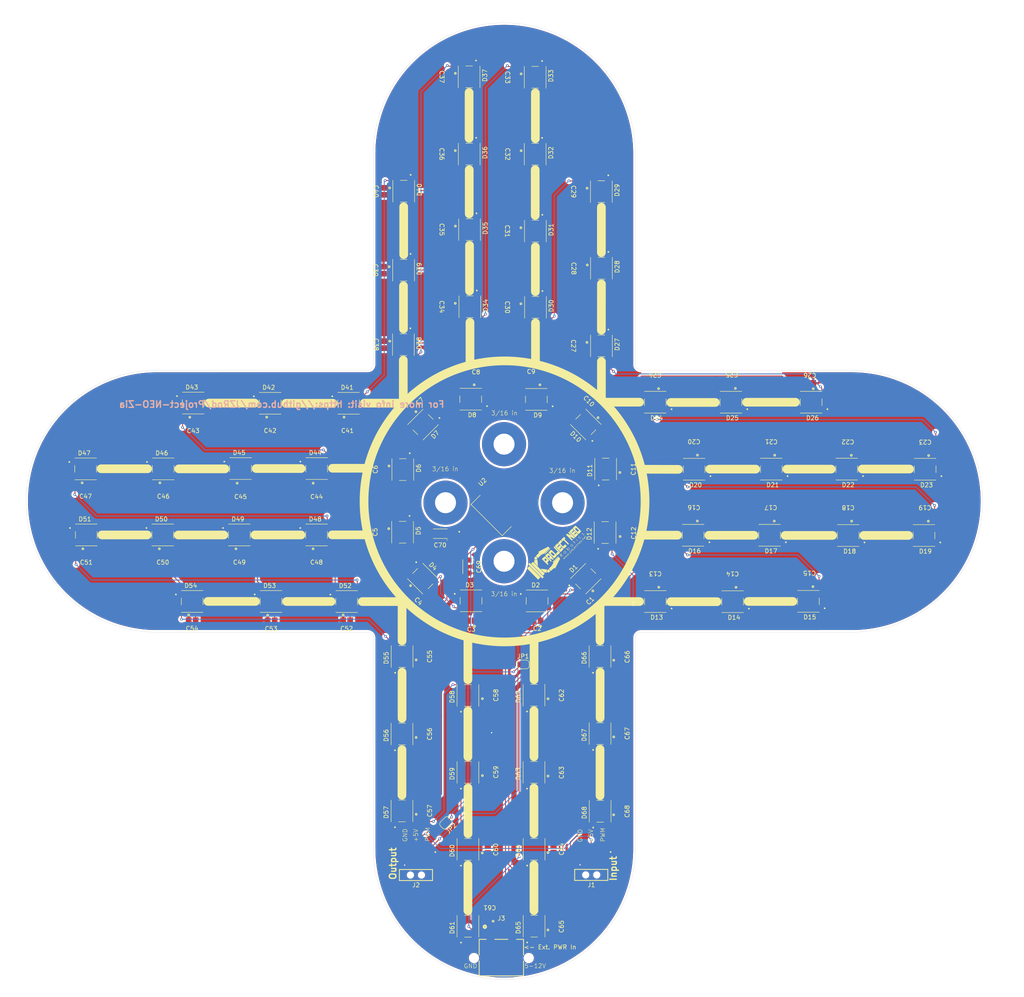
<source format=kicad_pcb>
(kicad_pcb (version 20241229) (generator "pcbnew") (generator_version "9.0")
  (title_block (title "Project NEO Zia") (date "10/7/2025") (rev "7.5.2"))
  (layers (0 "F.Cu" signal) (2 "B.Cu" signal) (13 "F.Paste" user) (15 "B.Paste" user) (5 "F.SilkS" user "F.Silkscreen") (7 "B.SilkS" user "B.Silkscreen") (1 "F.Mask" user) (3 "B.Mask" user) (25 "Edge.Cuts" user))
  (net 0 "")
  (net 1 "Net-(D1-DIN)")
  (net 2 "GND")
  (net 3 "Net-(D1-DOUT)")
  (net 4 "+5V")
  (net 5 "Net-(D10-DIN)")
  (net 6 "Net-(D10-DOUT)")
  (net 7 "Net-(D17-DIN)")
  (net 8 "Net-(D18-DIN)")
  (net 9 "Net-(D13-DIN)")
  (net 10 "Net-(D19-DIN)")
  (net 11 "Net-(D14-DIN)")
  (net 12 "Net-(D15-DIN)")
  (net 13 "Net-(D16-DIN)")
  (net 14 "Net-(D20-DIN)")
  (net 15 "Net-(D27-DIN)")
  (net 16 "Net-(D21-DIN)")
  (net 17 "Net-(D28-DIN)")
  (net 18 "Net-(D22-DIN)")
  (net 19 "Net-(D29-DIN)")
  (net 20 "Net-(D23-DIN)")
  (net 21 "Net-(D24-DIN)")
  (net 22 "Net-(D25-DIN)")
  (net 23 "Net-(D26-DIN)")
  (net 24 "Net-(D30-DIN)")
  (net 25 "Net-(D34-DIN)")
  (net 26 "Net-(D31-DIN)")
  (net 27 "Net-(D32-DIN)")
  (net 28 "Net-(D37-DIN)")
  (net 29 "Net-(D33-DIN)")
  (net 30 "Net-(D38-DIN)")
  (net 31 "Net-(D36-DIN)")
  (net 32 "Net-(D39-DIN)")
  (net 33 "Net-(D40-DIN)")
  (net 34 "Net-(D41-DIN)")
  (net 35 "Net-(D42-DIN)")
  (net 36 "Net-(D43-DIN)")
  (net 37 "Net-(D44-DIN)")
  (net 38 "Net-(D45-DIN)")
  (net 39 "Net-(D46-DIN)")
  (net 40 "Net-(D47-DIN)")
  (net 41 "Net-(D48-DIN)")
  (net 42 "Net-(D35-DIN)")
  (net 43 "Net-(D49-DIN)")
  (net 44 "Net-(D50-DIN)")
  (net 45 "Net-(D51-DIN)")
  (net 46 "Net-(D52-DIN)")
  (net 47 "Net-(D53-DIN)")
  (net 48 "Net-(D54-DIN)")
  (net 49 "Net-(D55-DIN)")
  (net 50 "Net-(D56-DIN)")
  (net 51 "Net-(D57-DIN)")
  (net 52 "Net-(D58-DIN)")
  (net 53 "Net-(D59-DIN)")
  (net 54 "Net-(D60-DIN)")
  (net 55 "Net-(D61-DIN)")
  (net 56 "Net-(D62-DIN)")
  (net 57 "Net-(D63-DIN)")
  (net 58 "Net-(D64-DIN)")
  (net 59 "Net-(D65-DIN)")
  (net 60 "Net-(D66-DIN)")
  (net 61 "Net-(D67-DIN)")
  (net 62 "Net-(D68-DIN)")
  (net 65 "Net-(D2-DIN)")
  (net 66 "Net-(D3-DIN)")
  (net 67 "Net-(D4-DIN)")
  (net 68 "Net-(D5-DIN)")
  (net 69 "Net-(D6-DIN)")
  (net 70 "Net-(D7-DIN)")
  (net 71 "Net-(D8-DIN)")
  (net 72 "Net-(D11-DIN)")
  (net 73 "Net-(D12-DIN)")
  (net 74 "Net-(J3-Pin_2)")
  (net 75 "Net-(JP1-A)")
  (net 76 "Net-(JP2-B)")
  (footprint "CustomParts:LED_1655" (layer "F.Cu") (at 132.417116 163.820384)
    (property "Reference" "D53")
    (property "Value" "1655 NeoPixel")
  )
  (footprint "CustomParts:CAPC220145_88N_KEM" (layer "F.Cu") (at 114.525 122.7 180)
    (property "Reference" "C43")
    (property "Value" "C_Small")
  )
  (footprint "CustomParts:LED_1655" (layer "F.Cu") (at 193.275 96.1375 -90)
    (property "Reference" "D30")
    (property "Value" "1655 NeoPixel")
  )
  (footprint "CustomParts:RESC3216X125N" (layer "F.Cu") (at 171.37 148.23 180)
    (property "Reference" "C70")
    (property "Value" "C_Small")
  )
  (footprint "CustomParts:LED_1655" (layer "F.Cu") (at 193.2 60.9 -90)
    (property "Reference" "D32")
    (property "Value" "1655 NeoPixel")
  )
  (footprint "CustomParts:CAPC220145_88N_KEM" (layer "F.Cu") (at 149.825 168.225 180)
    (property "Reference" "C52")
    (property "Value" "C_Small")
  )
  (footprint "CustomParts:SAMTEC_TSM-103-02-L-SH-LC" (layer "F.Cu") (at 206.104616 226.745384 180)
    (property "Reference" "J1")
    (property "Value" "TSM-103-02-L-SH-LC")
  )
  (footprint "CustomParts:CAPC220145_88N_KEM" (layer "F.Cu") (at 158.295997 133.449003 90)
    (property "Reference" "C6")
    (property "Value" "C_Small")
  )
  (footprint "CustomParts:CAPC220145_88N_KEM" (layer "F.Cu") (at 265.225 144.075)
    (property "Reference" "C18")
    (property "Value" "C_Small")
  )
  (footprint "CustomParts:LED_1655" (layer "F.Cu") (at 209.295997 147.961503 90)
    (property "Reference" "D12")
    (property "Value" "1655 NeoPixel")
  )
  (footprint "CustomParts:LED_1655" (layer "F.Cu") (at 89.917116 148.520384)
    (property "Reference" "D51")
    (property "Value" "1655 NeoPixel")
  )
  (footprint "CustomParts:claw" (layer "F.Cu") (at 197.91 152.34 45)
    (property "Reference" "G***" (hide yes))
    (property "Value" "LOGO" (hide yes))
  )
  (footprint "CustomParts:CAPC220145_88N_KEM" (layer "F.Cu") (at 164.3 119.825 45)
    (property "Reference" "C7")
    (property "Value" "C_Small")
  )
  (footprint "CustomParts:LED_1655" (layer "F.Cu") (at 177.729616 185.445384 90)
    (property "Reference" "D58")
    (property "Value" "1655 NeoPixel")
  )
  (footprint "CustomParts:LED_1655" (layer "F.Cu") (at 247.5375 133.370384 180)
    (property "Reference" "D21")
    (property "Value" "1655 NeoPixel")
  )
  (footprint "CustomParts:CAPC220145_88N_KEM" (layer "F.Cu") (at 107.525 152.975 180)
    (property "Reference" "C50")
    (property "Value" "C_Small")
  )
  (footprint "CustomParts:CAPC220145_88N_KEM" (layer "F.Cu") (at 158.443102 69.45 90)
    (property "Reference" "C40")
    (property "Value" "C_Small")
  )
  (footprint "CustomParts:CAPC220145_88N_KEM" (layer "F.Cu") (at 167.079616 194.320384 -90)
    (property "Reference" "C56")
    (property "Value" "C_Small")
  )
  (footprint "CustomParts:LED_1655" (layer "F.Cu") (at 162.695997 147.886503 -90)
    (property "Reference" "D5")
    (property "Value" "1655 NeoPixel")
  )
  (footprint "CustomParts:3-16in hole" (layer "F.Cu") (at 199.469339 141.070719 45)
    (property "Reference" "3/16 in")
    (property "Value" "3/16 in" (hide yes))
  )
  (footprint "CustomParts:LED_1655" (layer "F.Cu") (at 167.345997 158.574003 -45)
    (property "Reference" "D4")
    (property "Value" "1655 NeoPixel")
  )
  (footprint "CustomParts:CAPC220145_88N_KEM" (layer "F.Cu") (at 188.7 43.225 90)
    (property "Reference" "C33")
    (property "Value" "C_Small")
  )
  (footprint "CustomParts:LED_1655" (layer "F.Cu") (at 193.2 43.2 -90)
    (property "Reference" "D33")
    (property "Value" "1655 NeoPixel")
  )
  (footprint "CustomParts:CAPC220145_88N_KEM" (layer "F.Cu") (at 212.554616 194.195384 -90)
    (property "Reference" "C67")
    (property "Value" "C_Small")
  )
  (footprint "CustomParts:CAPC220145_88N_KEM" (layer "F.Cu") (at 213.970997 133.349003 -90)
    (property "Reference" "C11")
    (property "Value" "C_Small")
  )
  (footprint "CustomParts:CAPC220145_88N_KEM" (layer "F.Cu") (at 178.470997 168.249003)
    (property "Reference" "C3")
    (property "Value" "C_Small")
  )
  (footprint "CustomParts:CAPC220145_88N_KEM" (layer "F.Cu") (at 282.95 128.975)
    (property "Reference" "C23")
    (property "Value" "C_Small")
  )
  (footprint "CustomParts:CAPC220145_88N_KEM" (layer "F.Cu") (at 197.404616 238.620384 -90)
    (property "Reference" "C65")
    (property "Value" "C_Small")
  )
  (footprint "CustomParts:LED_1655" (layer "F.Cu") (at 162.925 87.6 -90)
    (property "Reference" "D39")
    (property "Value" "1655 NeoPixel")
  )
  (footprint "CustomParts:CAPC220145_88N_KEM" (layer "F.Cu") (at 182.329616 203.095384 -90)
    (property "Reference" "C59")
    (property "Value" "C_Small")
  )
  (footprint "CustomParts:LED_1655" (layer "F.Cu") (at 204.820997 158.599003 45)
    (property "Reference" "D1")
    (property "Value" "1655 NeoPixel")
  )
  (footprint "CustomParts:LED_1655" (layer "F.Cu") (at 178.1 78.2625 -90)
    (property "Reference" "D35")
    (property "Value" "1655 NeoPixel")
  )
  (footprint "CustomParts:CAPC220145_88N_KEM" (layer "F.Cu") (at 212.529616 212.120384 -90)
    (property "Reference" "C68")
    (property "Value" "C_Small")
  )
  (footprint "CustomParts:CAPC220145_88N_KEM" (layer "F.Cu") (at 188.7 60.9 90)
    (property "Reference" "C32")
    (property "Value" "C_Small")
  )
  (footprint "CustomParts:LED_1655" (layer "F.Cu") (at 208.425 69.5125 -90)
    (property "Reference" "D29")
    (property "Value" "1655 NeoPixel")
  )
  (footprint "CustomParts:CAPC220145_88N_KEM" (layer "F.Cu") (at 247.525 128.9)
    (property "Reference" "C21")
    (property "Value" "C_Small")
  )
  (footprint "CustomParts:SAMTEC_TSM-103-02-L-SH-LC" (layer "F.Cu") (at 165.767116 226.780384 180)
    (property "Reference" "J2")
    (property "Value" "TSM-103-02-L-SH-LC")
  )
  (footprint "CustomParts:CAPC220145_88N_KEM" (layer "F.Cu") (at 142.925 137.875 180)
    (property "Reference" "C44")
    (property "Value" "C_Small")
  )
  (footprint "CustomParts:LED_1655" (layer "F.Cu") (at 208.154616 212.107884 90)
    (property "Reference" "D68")
    (property "Value" "1655 NeoPixel")
  )
  (footprint "CustomParts:LED_1655" (layer "F.Cu") (at 192.929616 203.145384 90)
    (property "Reference" "D63")
    (property "Value" "1655 NeoPixel")
  )
  (footprint "CustomParts:CAPC220145_88N_KEM" (layer "F.Cu") (at 282.875 144.075)
    (property "Reference" "C19")
    (property "Value" "C_Small")
  )
  (footprint "CustomParts:CAPC220145_88N_KEM" (layer "F.Cu") (at 182.725 236.125)
    (property "Reference" "C61")
    (property "Value" "C_Small")
  )
  (footprint "CustomParts:LED_1655" (layer "F.Cu") (at 193.645997 163.699003)
    (property "Reference" "D2")
    (property "Value" "1655 NeoPixel")
  )
  (footprint "CustomParts:SolderJumper-2_P1.3mm_Open_RoundedPad1.0x1.5mm" (layer "F.Cu") (at 172.65 214.75 -135)
    (property "Reference" "JP2")
    (property "Value" "SolderJumper_2_Open")
  )
  (footprint "CustomParts:CAPC220145_88N_KEM" (layer "F.Cu") (at 173.55 96.025 90)
    (property "Reference" "C34")
    (property "Value" "C_Small")
  )
  (footprint "CustomParts:LED_1655" (layer "F.Cu") (at 114.279616 163.820384)
    (property "Reference" "D54")
    (property "Value" "1655 NeoPixel")
  )
  (footprint "CustomParts:CAPC220145_88N_KEM" (layer "F.Cu") (at 125.15 152.975 180)
    (property "Reference" "C49")
    (property "Value" "C_Small")
  )
  (footprint "CustomParts:CAPC220145_88N_KEM" (layer "F.Cu") (at 265.15 128.925)
    (property "Reference" "C22")
    (property "Value" "C_Small")
  )
  (footprint "CustomParts:LED_1655" (layer "F.Cu") (at 178.025 60.875 -90)
    (property "Reference" "D36")
    (property "Value" "1655 NeoPixel")
  )
  (footprint "CustomParts:CAPC220145_88N_KEM" (layer "F.Cu") (at 167.079616 176.470384 -90)
    (property "Reference" "C55")
    (property "Value" "C_Small")
  )
  (footprint "CustomParts:LED_1655" (layer "F.Cu") (at 107.617116 133.320384)
    (property "Reference" "D46")
    (property "Value" "1655 NeoPixel")
  )
  (footprint "CustomParts:LED_1655" (layer "F.Cu") (at 256.075 163.795384 180)
    (property "Reference" "D15")
    (property "Value" "1655 NeoPixel")
  )
  (footprint "CustomParts:CAPC220145_88N_KEM" (layer "F.Cu") (at 164.195997 161.649003 135)
    (property "Reference" "C4")
    (property "Value" "C_Small")
  )
  (footprint "CustomParts:CAPC220145_88N_KEM" (layer "F.Cu") (at 256.325 159.143102)
    (property "Reference" "C15")
    (property "Value" "C_Small")
  )
  (footprint "CustomParts:LED_1655" (layer "F.Cu") (at 149.829616 163.845384)
    (property "Reference" "D52")
    (property "Value" "1655 NeoPixel")
  )
  (footprint "CustomParts:CAPC220145_88N_KEM" (layer "F.Cu") (at 182.329616 185.395384 -90)
    (property "Reference" "C58")
    (property "Value" "C_Small")
  )
  (footprint "CustomParts:LED_1655" (layer "F.Cu") (at 162.875 104.725 -90)
    (property "Reference" "D38")
    (property "Value" "1655 NeoPixel")
  )
  (footprint "CustomParts:LED_1655" (layer "F.Cu") (at 162.95 69.4125 -90)
    (property "Reference" "D40")
    (property "Value" "1655 NeoPixel")
  )
  (footprint "CustomParts:CAPC220145_88N_KEM" (layer "F.Cu") (at 125.425 137.875 180)
    (property "Reference" "C45")
    (property "Value" "C_Small")
  )
  (footprint "CustomParts:LED_1655" (layer "F.Cu") (at 192.929616 185.395384 90)
    (property "Reference" "D62")
    (property "Value" "1655 NeoPixel")
  )
  (footprint "CustomParts:LED_1655" (layer "F.Cu") (at 192.954616 238.545384 90)
    (property "Reference" "D65")
    (property "Value" "1655 NeoPixel")
  )
  (footprint "CustomParts:LED_1655" (layer "F.Cu") (at 208.129616 194.232884 90)
    (property "Reference" "D67")
    (property "Value" "1655 NeoPixel")
  )
  (footprint "CustomParts:TO254P1524X483-4N" (layer "F.Cu") (at 183.898543 143.221457 45)
    (property "Reference" "U2")
    (property "Value" "LM1084IS-5.0_NOPB")
  )
  (footprint "CustomParts:LED_1655" (layer "F.Cu") (at 107.504616 148.520384)
    (property "Reference" "D50")
    (property "Value" "1655 NeoPixel")
  )
  (footprint "CustomParts:CAPC220145_88N_KEM" (layer "F.Cu") (at 203.925 87.2 90)
    (property "Reference" "C28")
    (property "Value" "C_Small")
  )
  (footprint "CustomParts:CAPC220145_88N_KEM" (layer "F.Cu") (at 188.65 78.625 90)
    (property "Reference" "C31")
    (property "Value" "C_Small")
  )
  (footprint "CustomParts:LED_1655" (layer "F.Cu") (at 177.729616 220.870384 90)
    (property "Reference" "D60")
    (property "Value" "1655 NeoPixel")
  )
  (footprint "CustomParts:CAPC220145_88N_KEM" (layer "F.Cu") (at 238.475 113.525)
    (property "Reference" "C25")
    (property "Value" "C_Small")
  )
  (footprint "CustomParts:CAPC220145_88N_KEM" (layer "F.Cu") (at 212.554616 176.545384 -90)
    (property "Reference" "C66")
    (property "Value" "C_Small")
  )
  (footprint "CustomParts:LED_1655" (layer "F.Cu") (at 114.5275 118.17)
    (property "Reference" "D43")
    (property "Value" "1655 NeoPixel")
  )
  (footprint "CustomParts:CAPC220145_88N_KEM" (layer "F.Cu") (at 107.65 137.8 180)
    (property "Reference" "C46")
    (property "Value" "C_Small")
  )
  (footprint "CustomParts:LED_1655" (layer "F.Cu") (at 142.929616 133.245384)
    (property "Reference" "D44")
    (property "Value" "1655 NeoPixel")
  )
  (footprint "CustomParts:CAPC220145_88N_KEM" (layer "F.Cu") (at 256.4 113.6)
    (property "Reference" "C26")
    (property "Value" "C_Small")
  )
  (footprint "CustomParts:LED_1655" (layer "F.Cu") (at 178.175 96.0125 -90)
    (property "Reference" "D34")
    (property "Value" "1655 NeoPixel")
  )
  (footprint "CustomParts:CAPC220145_88N_KEM" (layer "F.Cu") (at 229.725 144.043102)
    (property "Reference" "C16")
    (property "Value" "C_Small")
  )
  (footprint "CustomParts:LED_1655" (layer "F.Cu") (at 238.25 117.975 180)
    (property "Reference" "D25")
    (property "Value" "1655 NeoPixel")
  )
  (footprint "CustomParts:CAPC220145_88N_KEM" (layer "F.Cu") (at 203.85 105 90)
    (property "Reference" "C27")
    (property "Value" "C_Small")
  )
  (footprint "CustomParts:RESC3216X125N" (layer "F.Cu") (at 177.641381 155.803619 -90)
    (property "Reference" "C69")
    (property "Value" "C_Small")
  )
  (footprint "CustomParts:CAPC220145_88N_KEM" (layer "F.Cu") (at 193.495997 112.699003)
    (property "Reference" "C9")
    (property "Value" "C_Small")
  )
  (footprint "CustomParts:LED_1655" (layer "F.Cu") (at 229.7875 133.395384 180)
    (property "Reference" "D20")
    (property "Value" "1655 NeoPixel")
  )
  (footprint "CustomParts:LED_1655" (layer "F.Cu") (at 208.129616 176.482884 90)
    (property "Reference" "D66")
    (property "Value" "1655 NeoPixel")
  )
  (footprint "CustomParts:CAPC220145_88N_KEM" (layer "F.Cu") (at 132.225 122.675 180)
    (property "Reference" "C42")
    (property "Value" "C_Small")
  )
  (footprint "CustomParts:CAPC220145_88N_KEM" (layer "F.Cu") (at 193.645997 168.249003)
    (property "Reference" "C2")
    (property "Value" "C_Small")
  )
  (footprint "CustomParts:LED_1655" (layer "F.Cu") (at 282.675 148.645384 180)
    (property "Reference" "D19")
    (property "Value" "1655 NeoPixel")
  )
  (footprint "CustomParts:CAPC220145_88N_KEM" (layer "F.Cu") (at 197.429616 220.820384 -90)
    (property "Reference" "C64")
    (property "Value" "C_Small")
  )
  (footprint "CustomParts:CAPC220145_88N_KEM" (layer "F.Cu") (at 238.622201 159.3)
    (property "Reference" "C14")
    (property "Value" "C_Small")
  )
  (footprint "CustomParts:3-16in hole" (layer "F.Cu") (at 185.998955 127.600335 45)
    (property "Reference" "3/16 in")
    (property "Value" "3/16 in" (hide yes))
  )
  (footprint "CustomParts:CAPC220145_88N_KEM" (layer "F.Cu") (at 132.45 168.25 180)
    (property "Reference" "C53")
    (property "Value" "C_Small")
  )
  (footprint "CustomParts:LED_1655" (layer "F.Cu") (at 125.129616 148.520384)
    (property "Reference" "D49")
    (property "Value" "1655 NeoPixel")
  )
  (footprint "CustomParts:LED_1655" (layer "F.Cu") (at 229.55 148.595384 180)
    (property "Reference" "D16")
    (property "Value" "1655 NeoPixel")
  )
  (footprint "CustomParts:LED_1655" (layer "F.Cu") (at 125.417116 133.245384)
    (property "Reference" "D45")
    (property "Value" "1655 NeoPixel")
  )
  (footprint "CustomParts:CAPC220145_88N_KEM" (layer "F.Cu") (at 188.65 96.125 90)
    (property "Reference" "C30")
    (property "Value" "C_Small")
  )
  (footprint "CustomParts:LED_1655" (layer "F.Cu") (at 209.420997 133.361503 90)
    (property "Reference" "D11")
    (property "Value" "1655 NeoPixel")
  )
  (footprint "CustomParts:LED_1655" (layer "F.Cu") (at 178 43.1 -90)
    (property "Reference" "D37")
    (property "Value" "1655 NeoPixel")
  )
  (footprint "CustomParts:LED_1655" (layer "F.Cu") (at 132.2275 118.22)
    (property "Reference" "D42")
    (property "Value" "1655 NeoPixel")
  )
  (footprint "CustomParts:LED_1655" (layer "F.Cu") (at 178.370997 117.274003 180)
    (property "Reference" "D8")
    (property "Value" "1655 NeoPixel")
  )
  (footprint "CustomParts:LED_1655" (layer "F.Cu") (at 162.554616 212.020384 90)
    (property "Reference" "D57")
    (property "Value" "1655 NeoPixel")
  )
  (footprint "CustomParts:LED_1655" (layer "F.Cu") (at 162.745997 133.474003 -90)
    (property "Reference" "D6")
    (property "Value" "1655 NeoPixel")
  )
  (footprint "CustomParts:LED_1655" (layer "F.Cu") (at 256.7 117.975 180)
    (property "Reference" "D26")
    (property "Value" "1655 NeoPixel")
  )
  (footprint "CustomParts:LED_1655" (layer "F.Cu") (at 167.395997 123.124003 -135)
    (property "Reference" "D7")
    (property "Value" "1655 NeoPixel")
  )
  (footprint "CustomParts:CAPC220145_88N_KEM" (layer "F.Cu") (at 182.304616 220.895384 -90)
    (property "Reference" "C60")
    (property "Value" "C_Small")
  )
  (footprint "CustomParts:CAPC220145_88N_KEM" (layer "F.Cu") (at 158.475 104.725 90)
    (property "Reference" "C38")
    (property "Value" "C_Small")
  )
  (footprint "CustomParts:CAPC220145_88N_KEM" (layer "F.Cu") (at 114.275 168.2 180)
    (property "Reference" "C54")
    (property "Value" "C_Small")
  )
  (footprint "CustomParts:LED_1655" (layer "F.Cu") (at 265.2375 148.645384 180)
    (property "Reference" "D18")
    (property "Value" "1655 NeoPixel")
  )
  (footprint "CustomParts:691709710302" (layer "F.Cu") (at 185.425 245.875)
    (property "Reference" "J3")
    (property "Value" "Conn_01x02")
  )
  (footprint "CustomParts:CAPC220145_88N_KEM" (layer "F.Cu") (at 207.945997 161.724003 -135)
    (property "Reference" "C1")
    (property "Value" "C_Small")
  )
  (footprint "CustomParts:CAPC220145_88N_KEM" (layer "F.Cu") (at 173.575 78.25 90)
    (property "Reference" "C35")
    (property "Value" "C_Small")
  )
  (footprint "CustomParts:LED_1655" (layer "F.Cu") (at 142.904616 148.520384)
    (property "Reference" "D48")
    (property "Value" "1655 NeoPixel")
  )
  (footprint "CustomParts:CAPC220145_88N_KEM" (layer "F.Cu") (at 207.995997 120.074003 -45)
    (property "Reference" "C10")
    (property "Value" "C_Small")
  )
  (footprint "CustomParts:CAPC220145_88N_KEM" (layer "F.Cu") (at 203.875 69.525 90)
    (property "Reference" "C29")
    (property "Value" "C_Small")
  )
  (footprint "CustomParts:CAPC220145_88N_KEM" (layer "F.Cu") (at 220.802799 113.575)
    (property "Reference" "C24")
    (property "Value" "C_Small")
  )
  (footprint "CustomParts:CAPC220145_88N_KEM" (layer "F.Cu") (at 173.55 60.875 90)
    (property "Reference" "C36")
    (property "Value" "C_Small")
  )
  (footprint "CustomParts:CAPC220145_88N_KEM" (layer "F.Cu") (at 197.429616 203.195384 -90)
    (property "Reference" "C63")
    (property "Value" "C_Small")
  )
  (footprint "CustomParts:LED_1655" (layer "F.Cu") (at 208.45 87.1375 -90)
    (property "Reference" "D28")
    (property "Value" "1655 NeoPixel")
  )
  (footprint "CustomParts:LED_1655" (layer "F.Cu") (at 238.6375 163.870384 180)
    (property "Reference" "D14")
    (property "Value" "1655 NeoPixel")
  )
  (footprint "CustomParts:CAPC220145_88N_KEM" (layer "F.Cu") (at 214.020997 148.074003 -90)
    (property "Reference" "C12")
    (property "Value" "C_Small")
  )
  (footprint "CustomParts:3-16in hole" (layer "F.Cu") (at 185.998955 154.541103 45)
    (property "Reference" "3/16 in")
    (property "Value" "3/16 in" (hide yes))
  )
  (footprint "CustomParts:3-16in hole" (layer "F.Cu") (at 172.528571 141.070719 45)
    (property "Reference" "3/16 in")
    (property "Value" "3/16 in" (hide yes))
  )
  (footprint "CustomParts:LED_1655" (layer "F.Cu") (at 204.845997 123.099003 135)
    (property "Reference" "D10")
    (property "Value" "1655 NeoPixel")
  )
  (footprint "CustomParts:CAPC220145_88N_KEM" (layer "F.Cu") (at 178.370997 112.699003)
    (property "Reference" "C8")
    (property "Value" "C_Small")
  )
  (footprint "CustomParts:LED_1655" (layer "F.Cu") (at 193.470997 117.324003 180)
    (property "Reference" "D9")
    (property "Value" "1655 NeoPixel")
  )
  (footprint "CustomParts:LED_1655" (layer "F.Cu") (at 220.85 163.845384 180)
    (property "Reference" "D13")
    (property "Value" "1655 NeoPixel")
  )
  (footprint "CustomParts:CAPC220145_88N_KEM" (layer "F.Cu") (at 197.429616 185.420384 -90)
    (property "Reference" "C62")
    (property "Value" "C_Small")
  )
  (footprint "CustomParts:CAPC220145_88N_KEM" (layer "F.Cu") (at 89.75 137.8 180)
    (property "Reference" "C47")
    (property "Value" "C_Small")
  )
  (footprint "CustomParts:LED_1655" (layer "F.Cu") (at 264.9 133.370384 180)
    (property "Reference" "D22")
    (property "Value" "1655 NeoPixel")
  )
  (footprint "CustomParts:CAPC220145_88N_KEM" (layer "F.Cu") (at 173.575 43.1 90)
    (property "Reference" "C37")
    (property "Value" "C_Small")
  )
  (footprint "CustomParts:LED_1655" (layer "F.Cu") (at 193.25 78.6 -90)
    (property "Reference" "D31")
    (property "Value" "1655 NeoPixel")
  )
  (footprint "CustomParts:CAPC220145_88N_KEM" (layer "F.Cu") (at 167.104616 211.995384 -90)
    (property "Reference" "C57")
    (property "Value" "C_Small")
  )
  (footprint "CustomParts:LED_1655" (layer "F.Cu") (at 177.729616 238.570384 90)
    (property "Reference" "D61")
    (property "Value" "1655 NeoPixel")
  )
  (footprint "CustomParts:CAPC220145_88N_KEM" (layer "F.Cu") (at 150.025 122.675 180)
    (property "Reference" "C41")
    (property "Value" "C_Small")
  )
  (footprint "CustomParts:CAPC220145_88N_KEM" (layer "F.Cu") (at 158.325 87.6 90)
    (property "Reference" "C39")
    (property "Value" "C_Small")
  )
  (footprint "CustomParts:LED_1655" (layer "F.Cu") (at 192.954616 220.845384 90)
    (property "Reference" "D64")
    (property "Value" "1655 NeoPixel")
  )
  (footprint "CustomParts:LED_1655" (layer "F.Cu") (at 247.15 148.595384 180)
    (property "Reference" "D17")
    (property "Value" "1655 NeoPixel")
  )
  (footprint "CustomParts:LED_1655" (layer "F.Cu") (at 282.9375 133.395384 180)
    (property "Reference" "D23")
    (property "Value" "1655 NeoPixel")
  )
  (footprint "CustomParts:LED_1655" (layer "F.Cu") (at 208.45 105.0125 -90)
    (property "Reference" "D27")
    (property "Value" "1655 NeoPixel")
  )
  (footprint "CustomParts:LED_1655" (layer "F.Cu") (at 162.554616 194.320384 90)
    (property "Reference" "D56")
    (property "Value" "1655 NeoPixel")
  )
  (footprint "CustomParts:LED_1655" (layer "F.Cu") (at 220.8375 117.975 180)
    (property "Reference" "D24")
    (property "Value" "1655 NeoPixel")
  )
  (footprint "CustomParts:LED_1655" (layer "F.Cu") (at 162.579616 176.495384 90)
    (property "Reference" "D55")
    (property "Value" "1655 NeoPixel")
  )
  (footprint "CustomParts:CAPC220145_88N_KEM" (layer "F.Cu") (at 89.925 152.975 180)
    (property "Reference" "C51")
    (property "Value" "C_Small")
  )
  (footprint "CustomParts:CAPC220145_88N_KEM" (layer "F.Cu") (at 229.75 128.875)
    (property "Reference" "C20")
    (property "Value" "C_Small")
  )
  (footprint "CustomParts:LED_1655" (layer "F.Cu") (at 178.445997 163.674003)
    (property "Reference" "D3")
    (property "Value" "1655 NeoPixel")
  )
  (footprint "CustomParts:LED_1655" (layer "F.Cu") (at 177.729616 203.145384 90)
    (property "Reference" "D59")
    (property "Value" "1655 NeoPixel")
  )
  (footprint "CustomParts:SolderJumper-2_P1.3mm_Bridged_RoundedPad1.0x1.5mm" (layer "F.Cu") (at 190.44 178.32)
    (property "Reference" "JP1")
    (property "Value" "SolderJumper_2_Bridged")
  )
  (footprint "CustomParts:CAPC220145_88N_KEM" (layer "F.Cu") (at 247.425 144.05)
    (property "Reference" "C17")
    (property "Value" "C_Small")
  )
  (footprint "CustomParts:CAPC220145_88N_KEM" (layer "F.Cu") (at 220.85 159.275)
    (property "Reference" "C13")
    (property "Value" "C_Small")
  )
  (footprint "CustomParts:LED_1655" (layer "F.Cu") (at 89.754616 133.320384)
    (property "Reference" "D47")
    (property "Value" "1655 NeoPixel")
  )
  (footprint "CustomParts:CAPC220145_88N_KEM" (layer "F.Cu") (at 158.245997 147.874003 90)
    (property "Reference" "C5")
    (property "Value" "C_Small")
  )
  (footprint "CustomParts:LED_1655" (layer "F.Cu") (at 150.265 118.22)
    (property "Reference" "D41")
    (property "Value" "1655 NeoPixel")
  )
  (footprint "CustomParts:CAPC220145_88N_KEM" (layer "F.Cu") (at 142.9 152.975 180)
    (property "Reference" "C48")
    (property "Value" "C_Small")
  )
  (gr_line (start 279.1 148.625) (end 268.824972 148.625) (stroke (width 2)) (layer "F.SilkS"))
  (gr_line (start 217.225 163.845384) (end 208.96 163.825) (stroke (width 2)) (layer "F.SilkS"))
  (gr_line (start 162.575 190.725) (end 162.575 180.1) (stroke (width 2)) (layer "F.SilkS"))
  (gr_circle (center 186.156502 140.8) (end 163.30206 163.669204) (stroke (width 2)) (fill no) (layer "F.SilkS"))
  (gr_line (start 225.975 148.575) (end 217.475 148.575) (stroke (width 2)) (layer "F.SilkS"))
  (gr_line (start 153.425 163.85) (end 163.084616 163.85) (stroke (width 2)) (layer "F.SilkS"))
  (gr_line (start 178.2 99.6) (end 178.2 108.812544) (stroke (width 2)) (layer "F.SilkS"))
  (gr_line (start 193.275 99.725) (end 193.275 108.912545) (stroke (width 2)) (layer "F.SilkS"))
  (gr_line (start 192.925 234.95) (end 192.925 224.45) (stroke (width 2)) (layer "F.SilkS"))
  (gr_line (start 162.855192 108.3) (end 162.855192 118.258196) (stroke (width 2)) (layer "F.SilkS"))
  (gr_line (start 162.579616 172.9) (end 162.579616 163.36) (stroke (width 2)) (layer "F.SilkS"))
  (gr_line (start 243.55 148.6) (end 233.175 148.6) (stroke (width 2)) (layer "F.SilkS"))
  (gr_line (start 162.9 91.2) (end 162.9 101.125) (stroke (width 2)) (layer "F.SilkS"))
  (gr_line (start 118.1 118.169616) (end 128.65 118.169616) (stroke (width 2)) (layer "F.SilkS"))
  (gr_line (start 117.9 163.81) (end 128.850004 163.81) (stroke (width 2)) (layer "F.SilkS"))
  (gr_line (start 178.03 64.475) (end 178.03 74.625) (stroke (width 2)) (layer "F.SilkS"))
  (gr_line (start 252.505 163.82) (end 242.23 163.82) (stroke (width 2)) (layer "F.SilkS"))
  (gr_line (start 93.5 148.520384) (end 103.925 148.520384) (stroke (width 2)) (layer "F.SilkS"))
  (gr_line (start 177.75 217.275) (end 177.75 206.75) (stroke (width 2)) (layer "F.SilkS"))
  (gr_line (start 208.45 90.75) (end 208.44 101.4) (stroke (width 2)) (layer "F.SilkS"))
  (gr_line (start 192.925 217.25) (end 192.925 206.75) (stroke (width 2)) (layer "F.SilkS"))
  (gr_line (start 193.25 46.8) (end 193.25 57.325019) (stroke (width 2)) (layer "F.SilkS"))
  (gr_line (start 226.175 133.425) (end 217.631227 133.4) (stroke (width 2)) (layer "F.SilkS"))
  (gr_line (start 208.129616 172.875) (end 208.129616 164.694997) (stroke (width 2)) (layer "F.SilkS"))
  (gr_line (start 279.35 133.35) (end 268.475 133.35) (stroke (width 2)) (layer "F.SilkS"))
  (gr_line (start 208.129616 208.525) (end 208.129616 197.825) (stroke (width 2)) (layer "F.SilkS"))
  (gr_line (start 177.725 199.575) (end 177.725 189.025) (stroke (width 2)) (layer "F.SilkS"))
  (gr_line (start 136 163.83) (end 146.25 163.83) (stroke (width 2)) (layer "F.SilkS"))
  (gr_line (start 193.21 64.475) (end 193.21 75) (stroke (width 2)) (layer "F.SilkS"))
  (gr_line (start 178.1 81.875) (end 178.1 92.375) (stroke (width 2)) (layer "F.SilkS"))
  (gr_line (start 177.725 172.237455) (end 177.725 181.825) (stroke (width 2)) (layer "F.SilkS"))
  (gr_line (start 162.55 208.425) (end 162.55 197.925) (stroke (width 2)) (layer "F.SilkS"))
  (gr_line (start 193.25 82.225) (end 193.25 92.525) (stroke (width 2)) (layer "F.SilkS"))
  (gr_line (start 154.519081 148.5) (end 146.5 148.5) (stroke (width 2)) (layer "F.SilkS"))
  (gr_line (start 192.95 172.656228) (end 192.95 181.825) (stroke (width 2)) (layer "F.SilkS"))
  (gr_line (start 243.95 133.375) (end 233.375 133.375) (stroke (width 2)) (layer "F.SilkS"))
  (gr_line (start 261.65 148.625) (end 250.75 148.625) (stroke (width 2)) (layer "F.SilkS"))
  (gr_line (start 261.325 133.375) (end 251.125 133.375) (stroke (width 2)) (layer "F.SilkS"))
  (gr_line (start 129 133.24) (end 139.35 133.24) (stroke (width 2)) (layer "F.SilkS"))
  (gr_line (start 208.45 108.6) (end 208.45 117.275) (stroke (width 2)) (layer "F.SilkS"))
  (gr_line (start 192.929616 199.55) (end 192.929616 188.975) (stroke (width 2)) (layer "F.SilkS"))
  (gr_line (start 93.325 133.29) (end 104.025 133.29) (stroke (width 2)) (layer "F.SilkS"))
  (gr_line (start 177.729616 234.975) (end 177.729616 224.475) (stroke (width 2)) (layer "F.SilkS"))
  (gr_line (start 154.1 133.175) (end 146.575 133.175) (stroke (width 2)) (layer "F.SilkS"))
  (gr_line (start 111.2 133.31) (end 121.82501 133.31) (stroke (width 2)) (layer "F.SilkS"))
  (gr_line (start 178 46.7) (end 178 57.250029) (stroke (width 2)) (layer "F.SilkS"))
  (gr_line (start 208.15 190.625) (end 208.15 180.075) (stroke (width 2)) (layer "F.SilkS"))
  (gr_line (start 217.225 117.97) (end 209.2 117.97) (stroke (width 2)) (layer "F.SilkS"))
  (gr_line (start 153.9 118.191809) (end 162.844193 118.191809) (stroke (width 2)) (layer "F.SilkS"))
  (gr_line (start 208.44 73.1) (end 208.44 83.55) (stroke (width 2)) (layer "F.SilkS"))
  (gr_line (start 235.05 163.875) (end 224.425 163.875) (stroke (width 2)) (layer "F.SilkS"))
  (gr_line (start 111.075 148.53) (end 121.55 148.53) (stroke (width 2)) (layer "F.SilkS"))
  (gr_line (start 162.95 73) (end 162.95 84.000004) (stroke (width 2)) (layer "F.SilkS"))
  (gr_line (start 241.85 117.979616) (end 253.1 117.979616) (stroke (width 2)) (layer "F.SilkS"))
  (gr_line (start 128.725 148.52) (end 139.325 148.52) (stroke (width 2)) (layer "F.SilkS"))
  (gr_line (start 135.825 118.22) (end 146.675 118.22) (stroke (width 2)) (layer "F.SilkS"))
  (gr_line (start 224.425 118.029616) (end 234.65 118.029616) (stroke (width 2)) (layer "F.SilkS"))
  (gr_line (start 106.204771 110.59526) (end 154.678055 110.593754) (stroke (width 0.05)) (layer "Edge.Cuts"))
  (gr_line (start 266.16 110.59) (end 217.536251 110.588561) (stroke (width 0.05)) (layer "Edge.Cuts"))
  (gr_line (start 155.954534 60.695384) (end 155.953054 109.318784) (stroke (width 0.05)) (layer "Edge.Cuts"))
  (gr_arc (start 155.953055 109.318823) (mid 155.579616 110.220384) (end 154.678055 110.593823) (stroke (width 0.05)) (layer "Edge.Cuts"))
  (gr_line (start 155.954534 220.645229) (end 155.954616 172.170402) (stroke (width 0.05)) (layer "Edge.Cuts"))
  (gr_arc (start 266.154586 110.59526) (mid 296.204658 140.820302) (end 266.004503 170.895384) (stroke (width 0.05)) (layer "Edge.Cuts"))
  (gr_arc (start 154.679616 170.895384) (mid 155.581177 171.268823) (end 155.954616 172.170384) (stroke (width 0.05)) (layer "Edge.Cuts"))
  (gr_line (start 216.254661 60.851592) (end 216.256177 109.318823) (stroke (width 0.05)) (layer "Edge.Cuts"))
  (gr_arc (start 217.531177 110.593823) (mid 216.629623 110.220377) (end 216.256177 109.318823) (stroke (width 0.05)) (layer "Edge.Cuts"))
  (gr_line (start 266.004868 170.895384) (end 217.525 170.9) (stroke (width 0.05)) (layer "Edge.Cuts"))
  (gr_arc (start 106.054688 170.895384) (mid 76.004616 140.670342) (end 106.204771 110.59526) (stroke (width 0.05)) (layer "Edge.Cuts"))
  (gr_line (start 216.254658 220.795061) (end 216.256178 172.171945) (stroke (width 0.05)) (layer "Edge.Cuts"))
  (gr_arc (start 155.954534 60.695332) (mid 186.179576 30.64526) (end 216.254658 60.845415) (stroke (width 0.05)) (layer "Edge.Cuts"))
  (gr_arc (start 216.254658 220.795312) (mid 186.029616 250.845384) (end 155.954534 220.645229) (stroke (width 0.05)) (layer "Edge.Cuts"))
  (gr_arc (start 216.2593 172.171945) (mid 216.631807 171.272555) (end 217.531177 170.9) (stroke (width 0.05)) (layer "Edge.Cuts"))
  (gr_line (start 106.05474 170.895384) (end 154.6796 170.895384) (stroke (width 0.05)) (layer "Edge.Cuts"))
  (gr_text "Input" (at 212.071216 228.293384 90) (layer "F.SilkS") (effects (font (size 1.5 1.5) (thickness 0.3) (bold yes)) (justify left bottom)))
  (gr_text "Output" (at 161.347416 228.013984 90) (layer "F.SilkS") (effects (font (size 1.5 1.5) (thickness 0.3) (bold yes)) (justify left bottom)))
  (gr_text "GND" (at 163.85 219.2 90) (layer "F.SilkS") (effects (font (size 1 1) (thickness 0.1)) (justify left bottom)))
  (gr_text "PWM" (at 209.35 219.225 90) (layer "F.SilkS") (effects (font (size 1 1) (thickness 0.1)) (justify left bottom)))
  (gr_text "<- Ext. PWR In" (at 190.525 243.95 0) (layer "F.SilkS") (effects (font (size 1 1)) (justify left bottom)))
  (gr_text "GND\n" (at 176.725 248.3 0) (layer "F.SilkS") (effects (font (size 1 1) (thickness 0.1)) (justify left bottom)))
  (gr_text "GND" (at 204.125 219.3 90) (layer "F.SilkS") (effects (font (size 1 1) (thickness 0.1)) (justify left bottom)))
  (gr_text "+5V" (at 206.6 219.35 90) (layer "F.SilkS") (effects (font (size 1 1) (thickness 0.1)) (justify left bottom)))
  (gr_text "+5V" (at 166.325 219.25 90) (layer "F.SilkS") (effects (font (size 1 1) (thickness 0.1)) (justify left bottom)))
  (gr_text "5-12V" (at 190.67 248.28 0) (layer "F.SilkS") (effects (font (size 1 1) (thickness 0.1)) (justify left bottom)))
  (gr_text "PWM" (at 169.075 219.125 90) (layer "F.SilkS") (effects (font (size 1 1) (thickness 0.1)) (justify left bottom)))
  (gr_text "For more info visit: https://github.com/JZRod/Project-NEO-Zia" (at 172.45 119.35 0) (layer "B.SilkS") (effects (font (size 1.5 1.5) (thickness 0.3) (bold yes)) (justify left bottom mirror)))
  (segment (start 196.095997 162.099003) (end 203.583738 162.099003) (width 0.2) (layer "F.Cu") (net 1))
  (segment (start 203.583738 162.099003) (end 204.219956 161.462785) (width 0.2) (layer "F.Cu") (net 1))
  (via (at 203.525 224.425) (size 0.6) (drill 0.3) (layers "F.Cu" "B.Cu") (net 2))
  (via (at 163.175 224.5) (size 0.6) (drill 0.3) (layers "F.Cu" "B.Cu") (net 2))
  (via (at 183.175 194.025) (size 0.6) (drill 0.3) (layers "F.Cu" "B.Cu") (net 2))
  (segment (start 205.422038 155.735221) (end 205.422038 157.997962) (width 0.2) (layer "F.Cu") (net 3))
  (segment (start 205.422038 157.997962) (end 202.245997 161.174003) (width 0.2) (layer "F.Cu") (net 3))
  (segment (start 168.307116 221.367884) (end 171.204616 218.470384) (width 0.2) (layer "F.Cu") (net 3))
  (segment (start 202.245997 161.174003) (end 201.345997 161.174003) (width 0.2) (layer "F.Cu") (net 3))
  (segment (start 168.307116 221.500384) (end 168.307116 221.367884) (width 0.2) (layer "F.Cu") (net 3))
  (via (at 201.345997 161.174003) (size 0.6) (drill 0.3) (layers "F.Cu" "B.Cu") (net 3))
  (via (at 171.204616 218.470384) (size 0.6) (drill 0.3) (layers "F.Cu" "B.Cu") (net 3))
  (segment (start 189.225 173.295) (end 189.225 207.325) (width 0.2) (layer "B.Cu") (net 3))
  (segment (start 183.929616 212.620384) (end 177.054616 212.620384) (width 0.2) (layer "B.Cu") (net 3))
  (segment (start 177.054616 212.620384) (end 171.204616 218.470384) (width 0.2) (layer "B.Cu") (net 3))
  (segment (start 201.345997 161.174003) (end 189.225 173.295) (width 0.2) (layer "B.Cu") (net 3))
  (segment (start 189.225 207.325) (end 183.929616 212.620384) (width 0.2) (layer "B.Cu") (net 3))
  (segment (start 203.9 87.965299) (end 205.177799 87.965299) (width 0.2) (layer "F.Cu") (net 4))
  (segment (start 207.374616 116.515384) (end 210.329616 119.470384) (width 0.2) (layer "F.Cu") (net 4))
  (segment (start 171.3 80.7875) (end 170.2 81.8875) (width 0.2) (layer "F.Cu") (net 4))
  (segment (start 157.025997 135.924003) (end 156.64 136.31) (width 0.2) (layer "F.Cu") (net 4))
  (segment (start 185.4 80.7875) (end 184.075 82.1125) (width 0.2) (layer "F.Cu") (net 4))
  (segment (start 209.729616 191.782884) (end 210.944915 191.782884) (width 0.2) (layer "F.Cu") (net 4))
  (segment (start 156.324616 142.095384) (end 146.854616 142.095384) (width 0.2) (layer "F.Cu") (net 4))
  (segment (start 189.977799 44.027799) (end 188.7 44.027799) (width 0.2) (layer "F.Cu") (net 4))
  (segment (start 194.554616 218.395384) (end 200.829616 218.395384) (width 0.2) (layer "F.Cu") (net 4))
  (segment (start 218.3 116.3625) (end 220.009701 114.652799) (width 0.2) (layer "F.Cu") (net 4))
  (segment (start 175.94 111.33) (end 172.3 111.33) (width 0.2) (layer "F.Cu") (net 4))
  (segment (start 245.0125 142.445384) (end 243.7125 141.145384) (width 0.2) (layer "F.Cu") (net 4))
  (segment (start 170.2 87.525) (end 170.2 81.8875) (width 0.2) (layer "F.Cu") (net 4))
  (segment (start 200.45 78.2875) (end 206.825 71.9125) (width 0.2) (layer "F.Cu") (net 4))
  (segment (start 165.122116 164.807884) (end 165.12 164.81) (width 0.2) (layer "F.Cu") (net 4))
  (segment (start 109.854616 134.870384) (end 109.854616 140.420384) (width 0.2) (layer "F.Cu") (net 4))
  (segment (start 116.729616 164.779616) (end 110.275 158.325) (width 0.2) (layer "F.Cu") (net 4))
  (segment (start 211.315 161.635) (end 217.954616 154.995384) (width 0.2) (layer "F.Cu") (net 4))
  (segment (start 208.513662 161.156338) (end 208.513662 158.826845) (width 0.2) (layer "F.Cu") (net 4))
  (segment (start 236.1875 162.207884) (end 236.1875 156.320384) (width 0.2) (layer "F.Cu") (net 4))
  (segment (start 191.65 80.7875) (end 185.4 80.7875) (width 0.2) (layer "F.Cu") (net 4))
  (segment (start 127.579616 150.070384) (end 127.579616 155.370384) (width 0.2) (layer "F.Cu") (net 4))
  (segment (start 150.830299 122.67) (end 150.830299 121.392201) (width 0.2) (layer "F.Cu") (net 4))
  (segment (start 226.2375 141.145384) (end 243.7125 141.145384) (width 0.2) (layer "F.Cu") (net 4))
  (segment (start 227.2625 131.832884) (end 227.2625 127.420384) (width 0.2) (layer "F.Cu") (net 4))
  (segment (start 218.0375 154.995384) (end 234.8625 154.995384) (width 0.2) (layer "F.Cu") (net 4))
  (segment (start 127.579616 140.545384) (end 129.129616 142.095384) (width 0.2) (layer "F.Cu") (net 4))
  (segment (start 218.3625 155.295384) (end 217.9375 154.870384) (width 0.2) (layer "F.Cu") (net 4))
  (segment (start 90.727799 152.975) (end 90.727799 151.547201) (width 0.2) (layer "F.Cu") (net 4))
  (segment (start 200.45 108.5125) (end 200.45 90.9375) (width 0.2) (layer "F.Cu") (net 4))
  (segment (start 210.27332 160.586503) (end 210.27332 160.59332) (width 0.2) (layer "F.Cu") (net 4))
  (segment (start 209.729616 191.782884) (end 213.326516 191.782884) (width 0.2) (layer "F.Cu") (net 4))
  (segment (start 147.179616 159.599616) (end 152.279616 164.699616) (width 0.2) (layer "F.Cu") (net 4))
  (segment (start 264.334701 130.185683) (end 262.7125 131.807884) (width 0.2) (layer "F.Cu") (net 4))
  (segment (start 201.904616 202.295384) (end 201.904616 185.020384) (width 0.2) (layer "F.Cu") (net 4))
  (segment (start 111.529616 142.095384) (end 99.379616 142.095384) (width 0.2) (layer "F.Cu") (net 4))
  (segment (start 185.65 63.0625) (end 184.075 64.6375) (width 0.2) (layer "F.Cu") (net 4))
  (segment (start 188.7 61.702799) (end 190.290299 61.702799) (width 0.2) (layer "F.Cu") (net 4))
  (segment (start 201.904616 217.320384) (end 201.579616 217.645384) (width 0.2) (layer "F.Cu") (net 4))
  (segment (start 180.732415 200.695384) (end 182.329616 202.292585) (width 0.2) (layer "F.Cu") (net 4))
  (segment (start 262.7375 147.032884) (end 262.7375 142.470384) (width 0.2) (layer "F.Cu") (net 4))
  (segment (start 179.273796 166.921204) (end 179.273796 168.249003) (width 0.2) (layer "F.Cu") (net 4))
  (segment (start 134.867116 164.777116) (end 129.3 159.21) (width 0.2) (layer "F.Cu") (net 4))
  (segment (start 205.177799 105.815299) (end 206.8 107.4375) (width 0.2) (layer "F.Cu") (net 4))
  (segment (start 90.532415 136.492585) (end 92.154616 134.870384) (width 0.2) (layer "F.Cu") (net 4))
  (segment (start 109.879616 155.595384) (end 111.279616 156.995384) (width 0.2) (layer "F.Cu") (net 4))
  (segment (start 163.628332 120.491668) (end 163.628332 122.821161) (width 0.2) (layer "F.Cu") (net 4))
  (segment (start 194.529616 200.695384) (end 200.304616 200.695384) (width 0.2) (layer "F.Cu") (net 4))
  (segment (start 125.982415 136.467585) (end 127.579616 134.870384) (width 0.2) (layer "F.Cu") (net 4))
  (segment (start 282.134701 128.957884) (end 282.134701 130.085683) (width 0.2) (layer "F.Cu") (net 4))
  (segment (start 156.61 156.3) (end 156.61 136.31) (width 0.2) (layer "F.Cu") (net 4))
  (segment (start 201.904616 171.045384) (end 196.667378 171.045384) (width 0.2) (layer "F.Cu") (net 4))
  (segment (start 173.575 43.902799) (end 174.940299 43.902799) (width 0.2) (layer "F.Cu") (net 4))
  (segment (start 217.639003 130.911503) (end 217.9375 131.21) (width 0.2) (layer "F.Cu") (net 4))
  (segment (start 143.657415 152.970384) (end 143.657415 151.742585) (width 0.2) (layer "F.Cu") (net 4))
  (segment (start 211.439317 175.742585) (end 209.729616 174.032884) (width 0.2) (layer "F.Cu") (net 4))
  (segment (start 158.325 88.402799) (end 159.952799 88.402799) (width 0.2) (layer "F.Cu") (net 4))
  (segment (start 179.329616 182.995384) (end 180.732415 182.995384) (width 0.2) (layer "F.Cu") (net 4))
  (segment (start 171.679616 171.369616) (end 156.61 156.3) (width 0.2) (layer "F.Cu") (net 4))
  (segment (start 217.739232 111.925) (end 234.8125 111.925) (width 0.2) (layer "F.Cu") (net 4))
  (segment (start 175.015299 61.677799) (end 176.425 63.0875) (width 0.2) (layer "F.Cu") (net 4))
  (segment (start 164.179616 174.045384) (end 170.279616 174.045384) (width 0.2) (layer "F.Cu") (net 4))
  (segment (start 92.179616 150.095384) (end 93.254616 150.095384) (width 0.2) (layer "F.Cu") (net 4))
  (segment (start 108.452799 137.8) (end 108.452799 136.272201) (width 0.2) (layer "F.Cu") (net 4))
  (segment (start 217.729616 111.915384) (end 217.739232 111.925) (width 0.2) (layer "F.Cu") (net 4))
  (segment (start 170.204616 209.570384) (end 171.679616 208.095384) (width 0.2) (layer "F.Cu") (net 4))
  (segment (start 196.095997 170.474003) (end 196.095997 165.299003) (width 0.2) (layer "F.Cu") (net 4))
  (segment (start 175.920997 111.349003) (end 175.94 111.33) (width 0.2) (layer "F.Cu") (net 4))
  (segment (start 133.252799 166.734701) (end 134.592116 165.395384) (width 0.2) (layer "F.Cu") (net 4))
  (segment (start 172.3 111.33) (end 170.840372 111.33) (width 0.2) (layer "F.Cu") (net 4))
  (segment (start 123.0025 125.82) (end 116.9275 119.745) (width 0.2) (layer "F.Cu") (net 4))
  (segment (start 180.895997 165.299003) (end 179.273796 166.921204) (width 0.2) (layer "F.Cu") (net 4))
  (segment (start 153.5275 125.82) (end 156.350372 125.82) (width 0.2) (layer "F.Cu") (net 4))
  (segment (start 161.145997 135.924003) (end 157.025997 135.924003) (width 0.2) (layer "F.Cu") (net 4))
  (segment (start 173.55 61.677799) (end 175.015299 61.677799) (width 0.2) (layer "F.Cu") (net 4))
  (segment (start 179.329616 218.420384) (end 180.632415 218.420384) (width 0.2) (layer "F.Cu") (net 4))
  (segment (start 152.4525 124.745) (end 153.5275 125.82) (width 0.2) (layer "F.Cu") (net 4))
  (segment (start 165.776817 211.192585) (end 164.154616 209.570384) (width 0.2) (layer "F.Cu") (net 4))
  (segment (start 190.052799 96.890299) (end 191.65 98.4875) (width 0.2) (layer "F.Cu") (net 4))
  (segment (start 214.712816 174.140584) (end 214.712816 190.396584) (width 0.2) (layer "F.Cu") (net 4))
  (segment (start 246.709701 130.135683) (end 245.0125 131.832884) (width 0.2) (layer "F.Cu") (net 4))
  (segment (start 170.2 99.8125) (end 170.2 87.525) (width 0.2) (layer "F.Cu") (net 4))
  (segment (start 164.154616 191.870384) (end 165.432415 191.870384) (width 0.2) (layer "F.Cu") (net 4))
  (segment (start 196.251817 184.617585) (end 197.429616 184.617585) (width 0.2) (layer "F.Cu") (net 4))
  (segment (start 152.4525 119.77) (end 152.4525 124.745) (width 0.2) (layer "F.Cu") (net 4))
  (segment (start 195.682415 236.095384) (end 197.404616 237.817585) (width 0.2) (layer "F.Cu") (net 4))
  (segment (start 158.295997 134.251802) (end 159.473796 134.251802) (width 0.2) (layer "F.Cu") (net 4))
  (segment (start 180.732415 182.995384) (end 182.329616 184.592585) (width 0.2) (layer "F.Cu") (net 4))
  (segment (start 218.3625 160.905085) (end 219.984701 159.282884) (width 0.2) (layer "F.Cu") (net 4))
  (segment (start 282.059701 145.410683) (end 280.4375 147.032884) (width 0.2) (layer "F.Cu") (net 4))
  (segment (start 234.8125 111.925) (end 249.9875 111.925) (width 0.2) (layer "F.Cu") (net 4))
  (segment (start 159.473796 134.251802) (end 161.145997 135.924003) (width 0.2) (layer "F.Cu") (net 4))
  (segment (start 171.5 98.5125) (end 170.2 99.8125) (width 0.2) (layer "F.Cu") (net 4))
  (segment (start 176.425 63.0875) (end 171.625 63.0875) (width 0.2) (layer "F.Cu") (net 4))
  (segment (start 158.425 105.740299) (end 159.540299 105.740299) (width 0.2) (layer "F.Cu") (net 4))
  (segment (start 217.9375 145.87) (end 217.9375 141.145384) (width 0.2) (layer "F.Cu") (net 4))
  (segment (start 125.982415 137.870384) (end 125.982415 136.467585) (width 0.2) (layer "F.Cu") (net 4))
  (segment (start 143.657415 151.742585) (end 145.329616 150.070384) (width 0.2) (layer "F.Cu") (net 4))
  (segment (start 213.326516 191.782884) (end 214.712816 190.396584) (width 0.2) (layer "F.Cu") (net 4))
  (segment (start 184.075 82.1125) (end 184.075 82.5375) (width 0.2) (layer "F.Cu") (net 4))
  (segment (start 210.869915 209.657884) (end 212.529616 211.317585) (width 0.2) (layer "F.Cu") (net 4))
  (segment (start 172.875 148.23) (end 172.875 150.035) (width 0.2) (layer "F.Cu") (net 4))
  (segment (start 246.609701 144.032884) (end 246.609701 145.435683) (width 0.2) (layer "F.Cu") (net 4))
  (segment (start 243.7125 141.145384) (end 261.4125 141.145384) (width 0.2) (layer "F.Cu") (net 4))
  (segment (start 191.020997 115.724003) (end 191.020997 111.340997) (width 0.2) (layer "F.Cu") (net 4))
  (segment (start 156.993497 150.336503) (end 156.61 150.72) (width 0.2) (layer "F.Cu") (net 4))
  (segment (start 194.554616 218.395384) (end 195.807415 218.395384) (width 0.2) (layer "F.Cu") (net 4))
  (segment (start 171.489232 111.33) (end 172.3 111.33) (width 0.2) (layer "F.Cu") (net 4))
  (segment (start 133.252799 168.25) (end 133.252799 166.734701) (width 0.2) (layer "F.Cu") (net 4))
  (segment (start 171.679616 208.095384) (end 171.679616 190.120384) (width 0.2) (layer "F.Cu") (net 4))
  (segment (start 175.920997 115.674003) (end 175.920997 114.346204) (width 0.2) (layer "F.Cu") (net 4))
  (segment (start 164.1 104.35) (end 170.175 104.35) (width 0.2) (layer "F.Cu") (net 4))
  (segment (start 156.64 136.31) (end 156.61 136.31) (width 0.2) (layer "F.Cu") (net 4))
  (segment (start 217.579003 145.511503) (end 217.9375 145.87) (width 0.2) (layer "F.Cu") (net 4))
  (segment (start 194.579616 182.945384) (end 196.251817 184.617585) (width 0.2) (layer "F.Cu") (net 4))
  (segment (start 217.9375 154.995384) (end 217.9375 154.870384) (width 0.2) (layer "F.Cu") (net 4))
  (segment (start 207.418674 116.559442) (end 207.374616 116.515384) (width 0.2) (layer "F.Cu") (net 4))
  (segment (start 159.652799 70.252799) (end 158.443102 70.252799) (width 0.2) (layer "F.Cu") (net 4))
  (segment (start 180.970997 165.274003) (end 180.895997 165.274003) (width 0.2) (layer "F.Cu") (net 4))
  (segment (start 174.777799 96.865299) (end 176.45 98.5375) (width 0.2) (layer "F.Cu") (net 4))
  (segment (start 211.617616 171.045384) (end 213.671416 173.099184) (width 0.2) (layer "F.Cu") (net 4))
  (segment (start 180.632415 218.420384) (end 182.304616 220.092585) (width 0.2) (layer "F.Cu") (net 4))
  (segment (start 227.3125 147.032884) (end 227.3125 142.220384) (width 0.2) (layer "F.Cu") (net 4))
  (segment (start 264.409701 144.057884) (end 264.409701 145.360683) (width 0.2) (layer "F.Cu") (net 4))
  (segment (start 194.554616 236.095384) (end 195.682415 236.095384) (width 0.2) (layer "F.Cu") (net 4))
  (segment (start 245.0125 127.395384) (end 243.7625 126.145384) (width 0.2) (layer "F.Cu") (net 4))
  (segment (start 174.940299 43.902799) (end 176.425 45.3875) (width 0.2) (layer "F.Cu") (net 4))
  (segment (start 145.279616 134.870384) (end 145.279616 140.520384) (width 0.2) (layer "F.Cu") (net 4))
  (segment (start 243.7625 126.145384) (end 261.1125 126.145384) (width 0.2) (layer "F.Cu") (net 4))
  (segment (start 179.37306 147.74694) (end 179.34806 147.74694) (width 0.2) (layer "F.Cu") (net 4))
  (segment (start 185.204616 200.695384) (end 186.379616 199.520384) (width 0.2) (layer "F.Cu") (net 4))
  (segment (start 152.279616 164.699616) (end 152.279616 165.445384) (width 0.2) (layer "F.Cu") (net 4))
  (segment (start 186.379616 171.408146) (end 186.742378 171.045384) (width 0.2) (layer "F.Cu") (net 4))
  (segment (start 145.329616 155.145384) (end 147.179616 156.995384) (width 0.2) (layer "F.Cu") (net 4))
  (segment (start 196.667378 171.045384) (end 186.742378 171.045384) (width 0.2) (layer "F.Cu") (net 4))
  (segment (start 186.379616 181.870384) (end 186.379616 171.408146) (width 0.2) (layer "F.Cu") (net 4))
  (segment (start 217.9375 127.095384) (end 218.8875 126.145384) (width 0.2) (layer "F.Cu") (net 4))
  (segment (start 170.175 99.8375) (end 170.2 99.8125) (width 0.2) (layer "F.Cu") (net 4))
  (segment (start 203.9 105.815299) (end 205.177799 105.815299) (width 0.2) (layer "F.Cu") (net 4))
  (segment (start 109.854616 140.420384) (end 111.529616 142.095384) (width 0.2) (layer "F.Cu") (net 4))
  (segment (start 245.0125 147.032884) (end 245.0125 142.445384) (width 0.2) (layer "F.Cu") (net 4))
  (segment (start 170.2 69.275) (end 170.2 64.5125) (width 0.2) (layer "F.Cu") (net 4))
  (segment (start 276.1625 126.145384) (end 280.4125 130.395384) (width 0.2) (layer "F.Cu") (net 4))
  (segment (start 100.154616 156.995384) (end 110.275 156.995384) (width 0.2) (layer "F.Cu") (net 4))
  (segment (start 167.947038 161.437785) (end 165.122116 164.262707) (width 0.2) (layer "F.Cu") (net 4))
  (segment (start 206.8 107.4375) (end 201.525 107.4375) (width 0.2) (layer "F.Cu") (net 4))
  (segment (start 146.854616 142.095384) (end 129.129616 142.095384) (width 0.2) (layer "F.Cu") (net 4))
  (segment (start 236.05 113.1625) (end 234.8125 111.925) (width 0.2) (layer "F.Cu") (net 4))
  (segment (start 164.154616 191.870384) (end 169.929616 191.870384) (width 0.2) (layer "F.Cu") (net 4))
  (segment (start 116.729616 165.420384) (end 116.729616 164.779616) (width 0.2) (layer "F.Cu") (net 4))
  (segment (start 264.334701 128.932884) (end 264.334701 130.185683) (width 0.2) (layer "F.Cu") (net 4))
  (segment (start 255.584701 113.5625) (end 255.584701 114.677799) (width 0.2) (layer "F.Cu") (net 4))
  (segment (start 228.909701 144.032884) (end 228.909701 145.435683) (width 0.2) (layer "F.Cu") (net 4))
  (segment (start 192.693198 114.051802) (end 191.020997 115.724003) (width 0.2) (layer "F.Cu") (net 4))
  (segment (start 129.3 156.995384) (end 129.204616 156.995384) (width 0.2) (layer "F.Cu") (net 4))
  (segment (start 191.65 98.4875) (end 185.375 98.4875) (width 0.2) (layer "F.Cu") (net 4))
  (segment (start 186.379616 217.020384) (end 186.379616 229.070384) (width 0.2) (layer "F.Cu") (net 4))
  (segment (start 237.659701 114.752799) (end 236.05 116.3625) (width 0.2) (layer "F.Cu") (net 4))
  (segment (start 157.272692 156.962692) (end 157.24 156.995384) (width 0.2) (layer "F.Cu") (net 4))
  (segment (start 191.6 45.65) (end 189.977799 44.027799) (width 0.2) (layer "F.Cu") (net 4))
  (segment (start 212.737716 174.032884) (end 213.671416 173.099184) (width 0.2) (layer "F.Cu") (net 4))
  (segment (start 171.679616 172.645384) (end 171.679616 171.369616) (width 0.2) (layer "F.Cu") (net 4))
  (segment (start 167.079616 175.667585) (end 165.801817 175.667585) (width 0.2) (layer "F.Cu") (net 4))
  (segment (start 110.275 158.325) (end 110.275 156.995384) (width 0.2) (layer "F.Cu") (net 4))
  (segment (start 217.954616 127.095384) (end 210.329616 119.470384) (width 0.2) (layer "F.Cu") (net 4))
  (segment (start 165.432415 191.870384) (end 167.079616 193.517585) (width 0.2) (layer "F.Cu") (net 4))
  (segment (start 108.452799 136.272201) (end 109.854616 134.870384) (width 0.2) (layer "F.Cu") (net 4))
  (segment (start 200.45 111.32) (end 200.46 111.33) (width 0.2) (layer "F.Cu") (net 4))
  (segment (start 210.895997 145.511503) (end 217.579003 145.511503) (width 0.2) (layer "F.Cu") (net 4))
  (segment (start 199.829616 182.945384) (end 194.529616 182.945384) (width 0.2) (layer "F.Cu") (net 4))
  (segment (start 213.970997 132.546204) (end 212.655698 132.546204) (width 0.2) (layer "F.Cu") (net 4))
  (segment (start 282.134701 130.085683) (end 280.4125 131.807884) (width 0.2) (layer "F.Cu") (net 4))
  (segment (start 156.61 141.81) (end 156.324616 142.095384) (width 0.2) (layer "F.Cu") (net 4))
  (segment (start 237.834701 159.282884) (end 237.834701 160.560683) (width 0.2) (layer "F.Cu") (net 4))
  (segment (start 262.7125 131.807884) (end 262.7125 127.745384) (width 0.2) (layer "F.Cu") (net 4))
  (segment (start 164.154616 209.570384) (end 170.204616 209.570384) (width 0.2) (layer "F.Cu") (net 4))
  (segment (start 194.448796 168.249003) (end 194.448796 166.946204) (width 0.2) (layer "F.Cu") (net 4))
  (segment (start 228.909701 145.435683) (end 227.3125 147.032884) (width 0.2) (layer "F.Cu") (net 4))
  (segment (start 150.632415 167.105085) (end 152.342116 165.395384) (width 0.2) (layer "F.Cu") (net 4))
  (segment (start 214.712816 190.396584) (end 214.712816 205.763584) (width 0.2) (layer "F.Cu") (net 4))
  (segment (start 172.875 150.035) (end 174.9675 152.1275) (width 0.2) (layer "F.Cu") (net 4))
  (segment (start 181.917585 236.120384) (end 181.922201 236.125) (width 0.2) (layer "F.Cu") (net 4))
  (segment (start 214.020997 147.271204) (end 212.655698 147.271204) (width 0.2) (layer "F.Cu") (net 4))
  (segment (start 249.9875 111.925) (end 253.925 115.8625) (width 0.2) (layer "F.Cu") (net 4))
  (segment (start 210.818516 209.657884) (end 209.754616 209.657884) (width 0.2) (layer "F.Cu") (net 4))
  (segment (start 190.290299 61.702799) (end 191.65 63.0625) (width 0.2) (layer "F.Cu") (net 4))
  (segment (start 220.009701 114.652799) (end 220.009701 113.5375) (width 0.2) (layer "F.Cu") (net 4))
  (segment (start 173.55 79.090299) (end 174.752799 79.090299) (width 0.2) (layer "F.Cu") (net 4))
  (segment (start 200.46 111.33) (end 202.189232 111.33) (width 0.2) (layer "F.Cu") (net 4))
  (segment (start 125.882415 152.970384) (end 125.882415 151.767585) (width 0.2) (layer "F.Cu") (net 4))
  (segment (start 179.329616 200.695384) (end 180.732415 200.695384) (width 0.2) (layer "F.Cu") (net 4))
  (segment (start 164.763662 162.216668) (end 167.168155 162.216668) (width 0.2) (layer "F.Cu") (net 4))
  (segment (start 253.925 115.8625) (end 253.925 116.3375) (width 0.2) (layer "F.Cu") (net 4))
  (segment (start 186.379616 199.520384) (end 186.379616 217.020384) (width 0.2) (layer "F.Cu") (net 4))
  (segment (start 170.279616 174.045384) (end 171.679616 172.645384) (width 0.2) (layer "F.Cu") (net 4))
  (segment (start 196.667378 171.045384) (end 196.095997 170.474003) (width 0.2) (layer "F.Cu") (net 4))
  (segment (start 169.929616 191.870384) (end 171.679616 190.120384) (width 0.2) (layer "F.Cu") (net 4))
  (segment (start 255.509701 159.257884) (end 255.509701 160.585683) (width 0.2) (layer "F.Cu") (net 4))
  (segment (start 176.425 98.5125) (end 171.5 98.5125) (width 0.2) (layer "F.Cu") (net 4))
  (segment (start 170.2 81.8875) (end 170.2 69.275) (width 0.2) (layer "F.Cu") (net 4))
  (segment (start 176.425 45.3875) (end 170.2 51.6125) (width 0.2) (layer "F.Cu") (net 4))
  (segment (start 217.9375 141.145384) (end 217.9375 131.21) (width 0.2) (layer "F.Cu") (net 4))
  (segment (start 175.920997 115.674003) (end 175.920997 111.349003) (width 0.2) (layer "F.Cu") (net 4))
  (segment (start 171.679616 190.120384) (end 171.679616 172.645384) (width 0.2) (layer "F.Cu") (net 4))
  (segment (start 202.189232 111.33) (end 207.374616 116.515384) (width 0.2) (layer "F.Cu") (net 4))
  (segment (start 218.3625 155.320384) (end 218.0375 154.995384) (width 0.2) (layer "F.Cu") (net 4))
  (segment (start 213.671416 173.099184) (end 214.712816 174.140584) (width 0.2) (layer "F.Cu") (net 4))
  (segment (start 206.825 89.6125) (end 201.775 89.6125) (width 0.2) (layer "F.Cu") (net 4))
  (segment (start 218.8875 126.145384) (end 225.9875 126.145384) (width 0.2) (layer "F.Cu") (net 4))
  (segment (start 173.55 96.865299) (end 174.777799 96.865299) (width 0.2) (layer "F.Cu") (net 4))
  (segment (start 179.329616 236.120384) (end 181.917585 236.120384) (width 0.2) (layer "F.Cu") (net 4))
  (segment (start 185.375 98.4875) (end 184.075 99.7875) (width 0.2) (layer "F.Cu") (net 4))
  (segment (start 212.655698 147.271204) (end 210.895997 145.511503) (width 0.2) (layer "F.Cu") (net 4))
  (segment (start 153.5275 125.82) (end 135.6025 125.82) (width 0.2) (layer "F.Cu") (net 4))
  (segment (start 185.254616 182.995384) (end 186.379616 181.870384) (width 0.2) (layer "F.Cu") (net 4))
  (segment (start 227.2625 127.420384) (end 225.9875 126.145384) (width 0.2) (layer "F.Cu") (net 4))
  (segment (start 170.175 104.35) (end 170.175 99.8375) (width 0.2) (layer "F.Cu") (net 4))
  (segment (start 129.204616 156.995384) (end 111.279616 156.995384) (width 0.2) (layer "F.Cu") (net 4))
  (segment (start 147.179616 156.995384) (end 147.179616 159.599616) (width 0.2) (layer "F.Cu") (net 4))
  (segment (start 228.934701 130.160683) (end 227.2625 131.832884) (width 0.2) (layer "F.Cu") (net 4))
  (segment (start 237.834701 160.560683) (end 236.1875 162.207884) (width 0.2) (layer "F.Cu") (net 4))
  (segment (start 180.895997 165.274003) (end 180.895997 165.299003) (width 0.2) (layer "F.Cu") (net 4))
  (segment (start 210.27332 160.59332) (end 211.315 161.635) (width 0.2) (layer "F.Cu") (net 4))
  (segment (start 217.9375 131.21) (end 217.9375 127.095384) (width 0.2) (layer "F.Cu") (net 4))
  (segment (start 90.532415 137.795384) (end 90.532415 136.492585) (width 0.2) (layer "F.Cu") (net 4))
  (segment (start 217.9375 154.870384) (end 217.9375 145.87) (width 0.2) (layer "F.Cu") (net 4))
  (segment (start 157.24 156.995384) (end 147.179616 156.995384) (width 0.2) (layer "F.Cu") (net 4))
  (segment (start 201.525 107.4375) (end 200.45 108.5125) (width 0.2) (layer "F.Cu") (net 4))
  (segment (start 205.177799 87.965299) (end 206.825 89.6125) (width 0.2) (layer "F.Cu") (net 4))
  (segment (start 280.4125 130.395384) (end 280.4125 131.807884) (width 0.2) (layer "F.Cu") (net 4))
  (segment (start 237.659701 113.5375) (end 237.659701 114.752799) (width 0.2) (layer "F.Cu") (net 4))
  (segment (start 236.1875 156.320384) (end 234.8625 154.995384) (width 0.2) (layer "F.Cu") (net 4))
  (segment (start 175.4475 151.6475) (end 174.9675 152.1275) (width 0.2) (layer "F.Cu") (net 4))
  (segment (start 165.801817 175.667585) (end 164.179616 174.045384) (width 0.2) (layer "F.Cu") (net 4))
  (segment (start 201.904616 217.320384) (end 201.904616 202.295384) (width 0.2) (layer "F.Cu") (net 4))
  (segment (start 147.179616 156.995384) (end 129.3 156.995384) (width 0.2) (layer "F.Cu") (net 4))
  (segment (start 161.225 71.825) (end 159.652799 70.252799) (width 0.2) (layer "F.Cu") (net 4))
  (segment (start 282.059701 144.107884) (end 282.059701 145.410683) (width 0.2) (layer "F.Cu") (net 4))
  (segment (start 261.1125 126.145384) (end 276.1625 126.145384) (width 0.2) (layer "F.Cu") (net 4))
  (segment (start 143.682415 137.870384) (end 143.682415 136.467585) (width 0.2) (layer "F.Cu") (net 4))
  (segment (start 217.729616 111.915384) (end 217.729616 112.617116) (width 0.2) (layer "F.Cu") (net 4))
  (segment (start 188.65 79.427799) (end 190.290299 79.427799) (width 0.2) (layer "F.Cu") (net 4))
  (segment (start 201.904616 171.045384) (end 211.315 161.635) (width 0.2) (layer "F.Cu") (net 4))
  (segment (start 196.834232 236.095384) (end 199.579616 233.35) (width 0.2) (layer "F.Cu") (net 4))
  (segment (start 176.45 98.5375) (end 176.425 98.5125) (width 0.2) (layer "F.Cu") (net 4))
  (segment (start 172.891381 154.203619) (end 172.891381 163.278619) (width 0.2) (layer "F.Cu") (net 4))
  (segment (start 170.2 51.6125) (end 170.2 64.5125) (width 0.2) (layer "F.Cu") (net 4))
  (segment (start 201.904616 185.020384) (end 199.829616 182.945384) (width 0.2) (layer "F.Cu") (net 4))
  (segment (start 205.497201 71.9125) (end 203.875 70.290299) (width 0.2) (layer "F.Cu") (net 4))
  (segment (start 201.775 89.6125) (end 200.45 90.9375) (width 0.2) (layer "F.Cu") (net 4))
  (segment (start 184.075 111.325) (end 184.075 99.7875) (width 0.2) (layer "F.Cu") (net 4))
  (segment (start 200.304616 200.695384) (end 201.904616 202.295384) (width 0.2) (layer "F.Cu") (net 4))
  (segment (start 161.095997 150.336503) (end 156.993497 150.336503) (width 0.2) (layer "F.Cu") (net 4))
  (segment (start 188.65 96.890299) (end 190.052799 96.890299) (width 0.2) (layer "F.Cu") (net 4))
  (segment (start 156.350372 125.82) (end 170.840372 111.33) (width 0.2) (layer "F.Cu") (net 4))
  (segment (start 194.554616 236.095384) (end 196.834232 236.095384) (width 0.2) (layer "F.Cu") (net 4))
  (segment (start 159.952799 88.402799) (end 161.25 89.7) (width 0.2) (layer "F.Cu") (net 4))
  (segment (start 201.904616 171.045384) (end 211.617616 171.045384) (width 0.2) (layer "F.Cu") (net 4))
  (segment (start 200.46 111.33) (end 175.94 111.33) (width 0.2) (layer "F.Cu") (net 4))
  (segment (start 245.0125 131.832884) (end 245.0125 127.395384) (width 0.2) (layer "F.Cu") (net 4))
  (segment (start 194.448796 166.946204) (end 196.095997 165.299003) (width 0.2) (layer "F.Cu") (net 4))
  (segment (start 145.329616 150.070384) (end 145.329616 155.145384) (width 0.2) (layer "F.Cu") (net 4))
  (segment (start 132.980299 122.67) (end 132.980299 121.392201) (width 0.2) (layer "F.Cu") (net 4))
  (segment (start 209.729616 174.032884) (end 212.737716 174.032884) (width 0.2) (layer "F.Cu") (net 4))
  (segment (start 217.9375 154.995384) (end 218.0375 154.995384) (width 0.2) (layer "F.Cu") (net 4))
  (segment (start 207.428332 119.506338) (end 204.973839 119.506338) (width 0.2) (layer "F.Cu") (net 4))
  (segment (start 156.350372 125.82) (end 156.61 126.079628) (width 0.2) (layer "F.Cu") (net 4))
  (segment (start 217.729616 112.617116) (end 218.3 113.1875) (width 0.2) (layer "F.Cu") (net 4))
  (segment (start 207.418674 117.061503) (end 207.418674 116.559442) (width 0.2) (layer "F.Cu") (net 4))
  (segment (start 186.742378 171.045384) (end 180.970997 165.274003) (width 0.2) (layer "F.Cu") (net 4))
  (segment (start 168.35 167.82) (end 168.35 168.04) (width 0.2) (layer "F.Cu") (net 4))
  (segment (start 109.879616 150.095384) (end 109.879616 155.595384) (width 0.2) (layer "F.Cu") (net 4))
  (segment (start 246.675 154.995384) (end 253.8875 162.207884) (width 0.2) (layer "F.Cu") (net 4))
  (segment (start 175.920997 114.346204) (end 177.568198 112.699003) (width 0.2) (layer "F.Cu") (net 4))
  (segment (start 135.6025 125.82) (end 123.0025 125.82) (width 0.2) (layer "F.Cu") (net 4))
  (segment (start 125.882415 151.767585) (end 127.579616 150.070384) (width 0.2) (layer "F.Cu") (net 4))
  (segment (start 211.020997 130.911503) (end 217.639003 130.911503) (width 0.2) (layer "F.Cu") (net 4))
  (segment (start 179.329616 200.695384) (end 185.204616 200.695384) (width 0.2) (layer "F.Cu") (net 4))
  (segment (start 170.175 110.015768) (end 170.175 104.35) (width 0.2) (layer "F.Cu") (net 4))
  (segment (start 115.305299 122.695) (end 115.305299 121.367201) (width 0.2) (layer "F.Cu") (net 4))
  (segment (start 246.609701 145.435683) (end 245.0125 147.032884) (width 0.2) (layer "F.Cu") (net 4))
  (segment (start 195.807415 218.395384) (end 197.429616 220.017585) (width 0.2) (layer "F.Cu") (net 4))
  (segment (start 218.3 113.1875) (end 218.3 116.3625) (width 0.2) (layer "F.Cu") (net 4))
  (segment (start 170.175 110.015768) (end 171.489232 111.33) (width 0.2) (layer "F.Cu") (net 4))
  (segment (start 184.075 52.9375) (end 184.075 64.6375) (width 0.2) (layer "F.Cu") (net 4))
  (segment (start 201.904616 185.020384) (end 201.904616 171.045384) (width 0.2) (layer "F.Cu") (net 4))
  (segment (start 191.53125 45.48125) (end 184.075 52.9375) (width 0.2) (layer "F.Cu") (net 4))
  (segment (start 161.35 71.8625) (end 163.9375 69.275) (width 0.2) (layer "F.Cu") (net 4))
  (segment (start 111.279616 156.995384) (end 110.275 156.995384) (width 0.2) (layer "F.Cu") (net 4))
  (segment (start 159.540299 105.740299) (end 161.275 107.475) (width 0.2) (layer "F.Cu") (net 4))
  (segment (start 194.529616 182.945384) (end 194.579616 182.945384) (width 0.2) (layer "F.Cu") (net 4))
  (segment (start 129.129616 142.095384) (end 111.529616 142.095384) (width 0.2) (layer "F.Cu") (net 4))
  (segment (start 207.684779 157.997962) (end 210.27332 160.586503) (width 0.2) (layer "F.Cu") (net 4))
  (segment (start 195.732415 200.695384) (end 197.429616 202.392585) (width 0.2) (layer "F.Cu") (net 4))
  (segment (start 184.979616 218.420384) (end 186.379616 217.020384) (width 0.2) (layer "F.Cu") (net 4))
  (segment (start 129.3 159.21) (end 129.3 156.995384) (width 0.2) (layer "F.Cu") (net 4))
  (segment (start 262.7125 127.745384) (end 261.1125 126.145384) (width 0.2) (layer "F.Cu") (net 4))
  (segment (start 264.409701 145.360683) (end 262.7375 147.032884) (width 0.2) (layer "F.Cu") (net 4))
  (segment (start 179.329616 218.420384) (end 184.979616 218.420384) (width 0.2) (layer "F.Cu") (net 4))
  (segment (start 217.9375 141.145384) (end 226.2375 141.145384) (width 0.2) (layer "F.Cu") (net 4))
  (segment (start 192.693198 112.699003) (end 192.693198 114.051802) (width 0.2) (layer "F.Cu") (net 4))
  (segment (start 179.329616 182.995384) (end 185.254616 182.995384) (width 0.2) (layer "F.Cu") (net 4))
  (segment (start 212.655698 132.546204) (end 211.020997 130.911503) (width 0.2) (layer "F.Cu") (net 4))
  (segment (start 246.709701 128.932884) (end 246.709701 130.135683) (width 0.2) (layer "F.Cu") (net 4))
  (segment (start 150.632415 168.220384) (end 150.632415 167.105085) (width 0.2) (layer "F.Cu") (net 4))
  (segment (start 255.584701 114.677799) (end 253.925 116.3375) (width 0.2) (layer "F.Cu") (net 4))
  (segment (start 161.325 90.05) (end 163.85 87.525) (width 0.2) (layer "F.Cu") (net 4))
  (segment (start 165.122116 164.262707) (end 165.122116 164.807884) (width 0.2) (layer "F.Cu") (net 4))
  (segment (start 214.712816 205.763584) (end 210.818516 209.657884) (width 0.2) (layer "F.Cu") (net 4))
  (segment (start 227.3125 142.220384) (end 226.2375 141.145384) (width 0.2) (layer "F.Cu") (net 4))
  (segment (start 93.254616 150.095384) (end 100.154616 156.995384) (width 0.2) (layer "F.Cu") (net 4))
  (segment (start 127.579616 155.370384) (end 129.204616 156.995384) (width 0.2) (layer "F.Cu") (net 4))
  (segment (start 262.7375 142.470384) (end 261.4125 141.145384) (width 0.2) (layer "F.Cu") (net 4))
  (segment (start 179.34806 147.74694) (end 175.4475 151.6475) (width 0.2) (layer "F.Cu") (net 4))
  (segment (start 127.579616 134.870384) (end 127.579616 140.545384) (width 0.2) (layer "F.Cu") (net 4))
  (segment (start 274.55 141.145384) (end 280.4375 147.032884) (width 0.2) (layer "F.Cu") (net 4))
  (segment (start 115.057415 167.080085) (end 116.717116 165.420384) (width 0.2) (layer "F.Cu") (net 4))
  (segment (start 134.6275 119.745) (end 134.6275 124.845) (width 0.2) (layer "F.Cu") (net 4))
  (segment (start 184.075 99.7875) (end 184.075 82.5375) (width 0.2) (layer "F.Cu") (net 4))
  (segment (start 225.9875 126.145384) (end 243.7625 126.145384) (width 0.2) (layer "F.Cu") (net 4))
  (segment (start 186.379616 181.870384) (end 186.379616 199.520384) (width 0.2) (layer "F.Cu") (net 4))
  (segment (start 108.257415 151.717585) (end 109.879616 150.095384) (width 0.2) (layer "F.Cu") (net 4))
  (segment (start 204.244956 120.235221) (end 207.418674 117.061503) (width 0.2) (layer "F.Cu") (net 4))
  (segment (start 200.829616 218.395384) (end 201.579616 217.645384) (width 0.2) (layer "F.Cu") (net 4))
  (segment (start 200.45 90.9375) (end 200.45 78.2875) (width 0.2) (layer "F.Cu") (net 4))
  (segment (start 115.305299 121.367201) (end 116.9275 119.745) (width 0.2) (layer "F.Cu") (net 4))
  (segment (start 210.329616 119.315384) (end 217.729616 111.915384) (width 0.2) (layer "F.Cu") (net 4))
  (segment (start 161.275 107.175) (end 164.1 104.35) (width 0.2) (layer "F.Cu") (net 4))
  (segment (start 190.290299 79.427799) (end 191.65 80.7875) (width 0.2) (layer "F.Cu") (net 4))
  (segment (start 90.727799 151.547201) (end 92.179616 150.095384) (width 0.2) (layer "F.Cu") (net 4))
  (segment (start 171.625 63.0875) (end 170.2 64.5125) (width 0.2) (layer "F.Cu") (net 4))
  (segment (start 176.45 80.7875) (end 171.3 80.7875) (width 0.2) (layer "F.Cu") (net 4))
  (segment (start 159.436296 148.676802) (end 161.095997 150.336503) (width 0.2) (layer "F.Cu") (net 4))
  (segment (start 261.4125 141.145384) (end 274.55 141.145384) (width 0.2) (layer "F.Cu") (net 4))
  (segment (start 199.579616 219.645384) (end 201.579616 217.645384) (width 0.2) (layer "F.Cu") (net 4))
  (segment (start 172.891381 163.278619) (end 168.35 167.82) (width 0.2) (layer "F.Cu") (net 4))
  (segment (start 191.65 63.0625) (end 185.65 63.0625) (width 0.2) (layer "F.Cu") (net 4))
  (segment (start 194.529616 200.695384) (end 195.732415 200.695384) (width 0.2) (layer "F.Cu") (net 4))
  (segment (start 174.752799 79.090299) (end 176.45 80.7875) (width 0.2) (layer "F.Cu") (net 4))
  (segment (start 255.509701 160.585683) (end 253.8875 162.207884) (width 0.2) (layer "F.Cu") (net 4))
  (segment (start 210.329616 119.470384) (end 210.329616 119.315384) (width 0.2) (layer "F.Cu") (net 4))
  (segment (start 210.944915 191.782884) (end 212.554616 193.392585) (width 0.2) (layer "F.Cu") (net 4))
  (segment (start 218.3625 162.182884) (end 218.3625 160.905085) (width 0.2) (layer "F.Cu") (net 4))
  (segment (start 184.075 82.5375) (end 184.075 64.6375) (width 0.2) (layer "F.Cu") (net 4))
  (segment (start 150.830299 121.392201) (end 152.4525 119.77) (width 0.2) (layer "F.Cu") (net 4))
  (segment (start 163.9375 69.275) (end 170.2 69.275) (width 0.2) (layer "F.Cu") (net 4))
  (segment (start 156.61 126.079628) (end 156.61 136.31) (width 0.2) (layer "F.Cu") (net 4))
  (segment (start 199.579616 233.35) (end 199.579616 219.645384) (width 0.2) (layer "F.Cu") (net 4))
  (segment (start 158.245997 148.676802) (end 159.436296 148.676802) (width 0.2) (layer "F.Cu") (net 4))
  (segment (start 218.3625 162.182884) (end 218.3625 155.320384) (width 0.2) (layer "F.Cu") (net 4))
  (segment (start 174.9675 152.1275) (end 172.891381 154.203619) (width 0.2) (layer "F.Cu") (net 4))
  (segment (start 145.279616 140.520384) (end 146.854616 142.095384) (width 0.2) (layer "F.Cu") (net 4))
  (segment (start 212.554616 175.742585) (end 211.439317 175.742585) (width 0.2) (layer "F.Cu") (net 4))
  (segment (start 236.05 116.3625) (end 236.05 113.1625) (width 0.2) (layer "F.Cu") (net 4))
  (segment (start 134.6275 124.845) (end 135.6025 125.82) (width 0.2) (layer "F.Cu") (net 4))
  (segment (start 186.379616 229.070384) (end 179.329616 236.120384) (width 0.2) (layer "F.Cu") (net 4))
  (segment (start 115.057415 168.195384) (end 115.057415 167.080085) (width 0.2) (layer "F.Cu") (net 4))
  (segment (start 134.867116 165.420384) (end 134.867116 164.777116) (width 0.2) (layer "F.Cu") (net 4))
  (segment (start 206.825 71.9125) (end 205.497201 71.9125) (width 0.2) (layer "F.Cu") (net 4))
  (segment (start 209.754616 209.657884) (end 210.869915 209.657884) (width 0.2) (layer "F.Cu") (net 4))
  (segment (start 200.45 108.5125) (end 200.45 111.32) (width 0.2) (layer "F.Cu") (net 4))
  (segment (start 234.8625 154.995384) (end 246.675 154.995384) (width 0.2) (layer "F.Cu") (net 4))
  (segment (start 163.85 87.525) (end 170.2 87.525) (width 0.2) (layer "F.Cu") (net 4))
  (segment (start 99.379616 142.095384) (end 92.154616 134.870384) (width 0.2) (layer "F.Cu") (net 4))
  (segment (start 164.532215 123.725044) (end 161.556174 120.749003) (width 0.2) (layer "F.Cu") (net 4))
  (segment (start 143.682415 136.467585) (end 145.279616 134.870384) (width 0.2) (layer "F.Cu") (net 4))
  (segment (start 132.980299 121.392201) (end 134.6275 119.745) (width 0.2) (layer "F.Cu") (net 4))
  (segment (start 167.104616 211.192585) (end 165.776817 211.192585) (width 0.2) (layer "F.Cu") (net 4))
  (segment (start 108.257415 152.970384) (end 108.257415 151.717585) (width 0.2) (layer "F.Cu") (net 4))
  (segment (start 228.934701 128.932884) (end 228.934701 130.160683) (width 0.2) (layer "F.Cu") (net 4))
  (segment (start 207.820997 130.911503) (end 207.820997 123.811262) (width 0.2) (layer "F.Cu") (net 5))
  (segment (start 201.982215 122.497962) (end 195.920997 116.436744) (width 0.2) (layer "F.Cu") (net 6))
  (segment (start 195.920997 116.436744) (end 195.920997 115.724003) (width 0.2) (layer "F.Cu") (net 6))
  (segment (start 252.85 150.245384) (end 249.6 146.995384) (width 0.2) (layer "F.Cu") (net 7))
  (segment (start 262.7875 150.245384) (end 252.85 150.245384) (width 0.2) (layer "F.Cu") (net 7))
  (segment (start 270.8875 150.245384) (end 267.6875 147.045384) (width 0.2) (layer "F.Cu") (net 8))
  (segment (start 280.225 150.245384) (end 270.8875 150.245384) (width 0.2) (layer "F.Cu") (net 8))
  (segment (start 226.525 165.470384) (end 223.3 162.245384) (width 0.2) (layer "F.Cu") (net 9))
  (segment (start 236.1875 165.470384) (end 226.525 165.470384) (width 0.2) (layer "F.Cu") (net 9))
  (segment (start 285.125 147.045384) (end 285.125 141.757884) (width 0.2) (layer "F.Cu") (net 10))
  (segment (start 227.3375 136.545384) (end 228.2625 137.470384) (width 0.2) (layer "F.Cu") (net 10))
  (segment (start 227.3375 134.995384) (end 227.3375 136.545384) (width 0.2) (layer "F.Cu") (net 10))
  (segment (start 285.125 141.757884) (end 285.1375 141.745384) (width 0.2) (layer "F.Cu") (net 10))
  (via (at 228.2625 137.470384) (size 0.6) (drill 0.3) (layers "F.Cu" "B.Cu") (net 10))
  (via (at 285.1375 141.745384) (size 0.6) (drill 0.3) (layers "F.Cu" "B.Cu") (net 10))
  (segment (start 280.8625 137.470384) (end 285.1375 141.745384) (width 0.2) (layer "B.Cu") (net 10))
  (segment (start 228.2625 137.470384) (end 280.8625 137.470384) (width 0.2) (layer "B.Cu") (net 10))
  (segment (start 253.625 165.395384) (end 244.2125 165.395384) (width 0.2) (layer "F.Cu") (net 11))
  (segment (start 244.2125 165.395384) (end 241.0875 162.270384) (width 0.2) (layer "F.Cu") (net 11))
  (segment (start 258.525 158.057884) (end 258.5375 158.045384) (width 0.2) (layer "F.Cu") (net 12))
  (segment (start 258.525 162.195384) (end 258.525 158.057884) (width 0.2) (layer "F.Cu") (net 12))
  (segment (start 227.1 151.982884) (end 228.2375 153.120384) (width 0.2) (layer "F.Cu") (net 12))
  (segment (start 227.1 150.195384) (end 227.1 151.982884) (width 0.2) (layer "F.Cu") (net 12))
  (via (at 258.5375 158.045384) (size 0.6) (drill 0.3) (layers "F.Cu" "B.Cu") (net 12))
  (via (at 228.2375 153.120384) (size 0.6) (drill 0.3) (layers "F.Cu" "B.Cu") (net 12))
  (segment (start 253.6125 153.120384) (end 258.5375 158.045384) (width 0.2) (layer "B.Cu") (net 12))
  (segment (start 228.2375 153.120384) (end 253.6125 153.120384) (width 0.2) (layer "B.Cu") (net 12))
  (segment (start 244.7 150.195384) (end 235.2 150.195384) (width 0.2) (layer "F.Cu") (net 13))
  (segment (start 235.2 150.195384) (end 232 146.995384) (width 0.2) (layer "F.Cu") (net 13))
  (segment (start 245.0875 134.970384) (end 235.4125 134.970384) (width 0.2) (layer "F.Cu") (net 14))
  (segment (start 235.4125 134.970384) (end 232.2375 131.795384) (width 0.2) (layer "F.Cu") (net 14))
  (segment (start 210.05 89.5875) (end 210.05 99.3625) (width 0.2) (layer "F.Cu") (net 15))
  (segment (start 210.05 99.3625) (end 206.85 102.5625) (width 0.2) (layer "F.Cu") (net 15))
  (segment (start 253.1875 134.970384) (end 249.9875 131.770384) (width 0.2) (layer "F.Cu") (net 16))
  (segment (start 262.45 134.970384) (end 253.1875 134.970384) (width 0.2) (layer "F.Cu") (net 16))
  (segment (start 210.025 81.5125) (end 206.85 84.6875) (width 0.2) (layer "F.Cu") (net 17))
  (segment (start 210.025 71.9625) (end 210.025 81.5125) (width 0.2) (layer "F.Cu") (net 17))
  (segment (start 270.575 134.995384) (end 267.35 131.770384) (width 0.2) (layer "F.Cu") (net 18))
  (segment (start 280.4875 134.995384) (end 270.575 134.995384) (width 0.2) (layer "F.Cu") (net 18))
  (segment (start 201.025 67.0625) (end 200.975 67.0125) (width 0.2) (layer "F.Cu") (net 19))
  (segment (start 206.825 67.0625) (end 201.025 67.0625) (width 0.2) (layer "F.Cu") (net 19))
  (segment (start 194.875 98.5875) (end 197.2 98.5875) (width 0.2) (layer "F.Cu") (net 19))
  (segment (start 197.2 98.5875) (end 197.6 98.1875) (width 0.2) (layer "F.Cu") (net 19))
  (via (at 200.975 67.0125) (size 0.6) (drill 0.3) (layers "F.Cu" "B.Cu") (net 19))
  (via (at 197.6 98.1875) (size 0.6) (drill 0.3) (layers "F.Cu" "B.Cu") (net 19))
  (segment (start 197.6 98.1875) (end 197.6 70.3875) (width 0.2) (layer "B.Cu") (net 19))
  (segment (start 197.6 70.3875) (end 200.975 67.0125) (width 0.2) (layer "B.Cu") (net 19))
  (segment (start 218.3875 120.875) (end 219.457884 121.945384) (width 0.2) (layer "F.Cu") (net 20))
  (segment (start 285.3875 131.795384) (end 285.3875 124.945384) (width 0.2) (layer "F.Cu") (net 20))
  (segment (start 219.457884 121.945384) (end 221.2625 121.945384) (width 0.2) (layer "F.Cu") (net 20))
  (segment (start 285.3875 124.945384) (end 285.3375 124.895384) (width 0.2) (layer "F.Cu") (net 20))
  (segment (start 218.3875 119.575) (end 218.3875 120.875) (width 0.2) (layer "F.Cu") (net 20))
  (via (at 285.3375 124.895384) (size 0.6) (drill 0.3) (layers "F.Cu" "B.Cu") (net 20))
  (via (at 221.2625 121.945384) (size 0.6) (drill 0.3) (layers "F.Cu" "B.Cu") (net 20))
  (segment (start 282.3875 121.945384) (end 285.3375 124.895384) (width 0.2) (layer "B.Cu") (net 20))
  (segment (start 221.2625 121.945384) (end 282.3875 121.945384) (width 0.2) (layer "B.Cu") (net 20))
  (segment (start 226.4875 119.575) (end 223.2875 116.375) (width 0.2) (layer "F.Cu") (net 21))
  (segment (start 235.8 119.575) (end 226.4875 119.575) (width 0.2) (layer "F.Cu") (net 21))
  (segment (start 254.25 119.575) (end 243.9 119.575) (width 0.2) (layer "F.Cu") (net 22))
  (segment (start 243.9 119.575) (end 240.7 116.375) (width 0.2) (layer "F.Cu") (net 22))
  (segment (start 211.24375 110.90625) (end 210.05 109.7125) (width 0.2) (layer "F.Cu") (net 23))
  (segment (start 210.05 109.7125) (end 210.05 107.4625) (width 0.2) (layer "F.Cu") (net 23))
  (segment (start 259.15 114.7125) (end 258.8625 114.425) (width 0.2) (layer "F.Cu") (net 23))
  (segment (start 259.15 116.375) (end 259.15 114.7125) (width 0.2) (layer "F.Cu") (net 23))
  (via (at 258.8625 114.425) (size 0.6) (drill 0.3) (layers "F.Cu" "B.Cu") (net 23))
  (via (at 211.24375 110.90625) (size 0.6) (drill 0.3) (layers "F.Cu" "B.Cu") (net 23))
  (segment (start 211.82 111.47) (end 255.9075 111.47) (width 0.2) (layer "B.Cu") (net 23))
  (segment (start 255.9075 111.47) (end 258.8625 114.425) (width 0.2) (layer "B.Cu") (net 23))
  (segment (start 211.25625 110.90625) (end 211.82 111.47) (width 0.2) (layer "B.Cu") (net 23))
  (segment (start 211.24375 110.90625) (end 211.25625 110.90625) (width 0.2) (layer "B.Cu") (net 23))
  (segment (start 194.85 90.5125) (end 191.675 93.6875) (width 0.2) (layer "F.Cu") (net 24))
  (segment (start 194.85 81.05) (end 194.85 90.5125) (width 0.2) (layer "F.Cu") (net 24))
  (segment (start 179.7 80.7125) (end 179.7 90.4375) (width 0.2) (layer "F.Cu") (net 25))
  (segment (start 179.7 90.4375) (end 176.575 93.5625) (width 0.2) (layer "F.Cu") (net 25))
  (segment (start 194.8 73) (end 191.65 76.15) (width 0.2) (layer "F.Cu") (net 26))
  (segment (start 194.8 63.35) (end 194.8 73) (width 0.2) (layer "F.Cu") (net 26))
  (segment (start 194.8 45.65) (end 194.8 55.25) (width 0.2) (layer "F.Cu") (net 27))
  (segment (start 194.8 55.25) (end 191.6 58.45) (width 0.2) (layer "F.Cu") (net 27))
  (segment (start 166.1625 107.175) (end 166.925 106.4125) (width 0.2) (layer "F.Cu") (net 28))
  (segment (start 164.475 107.175) (end 166.1625 107.175) (width 0.2) (layer "F.Cu") (net 28))
  (segment (start 176.4 40.65) (end 173.1375 40.65) (width 0.2) (layer "F.Cu") (net 28))
  (segment (start 173.1375 40.65) (end 172.975 40.4875) (width 0.2) (layer "F.Cu") (net 28))
  (via (at 166.925 106.4125) (size 0.6) (drill 0.3) (layers "F.Cu" "B.Cu") (net 28))
  (via (at 172.975 40.4875) (size 0.6) (drill 0.3) (layers "F.Cu" "B.Cu") (net 28))
  (segment (start 166.925 46.5375) (end 172.975 40.4875) (width 0.2) (layer "B.Cu") (net 28))
  (segment (start 166.925 106.4125) (end 166.925 46.5375) (width 0.2) (layer "B.Cu") (net 28))
  (segment (start 191.6 40.75) (end 187.0375 40.75) (width 0.2) (layer "F.Cu") (net 29))
  (segment (start 179.775 98.4625) (end 181 98.4625) (width 0.2) (layer "F.Cu") (net 29))
  (segment (start 187.0375 40.75) (end 186.8 40.5125) (width 0.2) (layer "F.Cu") (net 29))
  (segment (start 181 98.4625) (end 181.75 97.7125) (width 0.2) (layer "F.Cu") (net 29))
  (via (at 181.75 97.7125) (size 0.6) (drill 0.3) (layers "F.Cu" "B.Cu") (net 29))
  (via (at 186.8 40.5125) (size 0.6) (drill 0.3) (layers "F.Cu" "B.Cu") (net 29))
  (segment (start 181.75 45.5625) (end 186.8 40.5125) (width 0.2) (layer "B.Cu") (net 29))
  (segment (start 181.75 97.7125) (end 181.75 45.5625) (width 0.2) (layer "B.Cu") (net 29))
  (segment (start 164.525 90.05) (end 164.525 99.025) (width 0.2) (layer "F.Cu") (net 30))
  (segment (start 164.525 99.025) (end 161.275 102.275) (width 0.2) (layer "F.Cu") (net 30))
  (segment (start 179.6 55.25) (end 176.425 58.425) (width 0.2) (layer "F.Cu") (net 31))
  (segment (start 179.6 45.55) (end 179.6 55.25) (width 0.2) (layer "F.Cu") (net 31))
  (segment (start 164.55 71.8625) (end 164.55 81.925) (width 0.2) (layer "F.Cu") (net 32))
  (segment (start 164.55 81.925) (end 161.325 85.15) (width 0.2) (layer "F.Cu") (net 32))
  (segment (start 161.35 66.9625) (end 158.675 66.9625) (width 0.2) (layer "F.Cu") (net 33))
  (segment (start 152.715 116.62) (end 153.5275 116.62) (width 0.2) (layer "F.Cu") (net 33))
  (segment (start 153.5275 116.62) (end 154.5525 115.595) (width 0.2) (layer "F.Cu") (net 33))
  (via (at 154.5525 115.595) (size 0.6) (drill 0.3) (layers "F.Cu" "B.Cu") (net 33))
  (via (at 158.675 66.9625) (size 0.6) (drill 0.3) (layers "F.Cu" "B.Cu") (net 33))
  (segment (start 158.479616 95.470384) (end 158.479616 111.667884) (width 0.2) (layer "B.Cu") (net 33))
  (segment (start 158.475 67.1625) (end 158.675 66.9625) (width 0.2) (layer "B.Cu") (net 33))
  (segment (start 158.479616 95.470384) (end 158.475 95.465768) (width 0.2) (layer "B.Cu") (net 33))
  (segment (start 158.475 95.465768) (end 158.475 67.1625) (width 0.2) (layer "B.Cu") (net 33))
  (segment (start 158.479616 111.667884) (end 154.5525 115.595) (width 0.2) (layer "B.Cu") (net 33))
  (segment (start 144.615 116.62) (end 147.815 119.82) (width 0.2) (layer "F.Cu") (net 34))
  (segment (start 134.6775 116.62) (end 144.615 116.62) (width 0.2) (layer "F.Cu") (net 34))
  (segment (start 126.5275 116.57) (end 129.7775 119.82) (width 0.2) (layer "F.Cu") (net 35))
  (segment (start 116.9775 116.57) (end 126.5275 116.57) (width 0.2) (layer "F.Cu") (net 35))
  (segment (start 112.0775 119.77) (end 112.0775 123.745) (width 0.2) (layer "F.Cu") (net 36))
  (segment (start 145.379616 129.845384) (end 144.479616 128.945384) (width 0.2) (layer "F.Cu") (net 36))
  (segment (start 145.379616 131.645384) (end 145.379616 129.845384) (width 0.2) (layer "F.Cu") (net 36))
  (segment (start 112.0775 123.745) (end 112.0525 123.77) (width 0.2) (layer "F.Cu") (net 36))
  (via (at 144.479616 128.945384) (size 0.6) (drill 0.3) (layers "F.Cu" "B.Cu") (net 36))
  (via (at 112.0525 123.77) (size 0.6) (drill 0.3) (layers "F.Cu" "B.Cu") (net 36))
  (segment (start 117.227884 128.945384) (end 112.0525 123.77) (width 0.2) (layer "B.Cu") (net 36))
  (segment (start 144.479616 128.945384) (end 117.227884 128.945384) (width 0.2) (layer "B.Cu") (net 36))
  (segment (start 137.279616 131.645384) (end 140.479616 134.845384) (width 0.2) (layer "F.Cu") (net 37))
  (segment (start 127.867116 131.645384) (end 137.279616 131.645384) (width 0.2) (layer "F.Cu") (net 37))
  (segment (start 110.067116 131.720384) (end 119.842116 131.720384) (width 0.2) (layer "F.Cu") (net 38))
  (segment (start 119.842116 131.720384) (end 122.967116 134.845384) (width 0.2) (layer "F.Cu") (net 38))
  (segment (start 101.967116 131.720384) (end 105.167116 134.920384) (width 0.2) (layer "F.Cu") (net 39))
  (segment (start 92.204616 131.720384) (end 101.967116 131.720384) (width 0.2) (layer "F.Cu") (net 39))
  (segment (start 87.304616 139.145384) (end 87.254616 139.195384) (width 0.2) (layer "F.Cu") (net 40))
  (segment (start 145.354616 146.920384) (end 145.354616 144.220384) (width 0.2) (layer "F.Cu") (net 40))
  (segment (start 87.304616 134.920384) (end 87.304616 139.145384) (width 0.2) (layer "F.Cu") (net 40))
  (segment (start 145.354616 144.220384) (end 145.304616 144.170384) (width 0.2) (layer "F.Cu") (net 40))
  (via (at 145.304616 144.170384) (size 0.6) (drill 0.3) (layers "F.Cu" "B.Cu") (net 40))
  (via (at 87.254616 139.195384) (size 0.6) (drill 0.3) (layers "F.Cu" "B.Cu") (net 40))
  (segment (start 145.304616 144.170384) (end 92.229616 144.170384) (width 0.2) (layer "B.Cu") (net 40))
  (segment (start 92.229616 144.170384) (end 87.254616 139.195384) (width 0.2) (layer "B.Cu") (net 40))
  (segment (start 127.579616 146.920384) (end 137.254616 146.920384) (width 0.2) (layer "F.Cu") (net 41))
  (segment (start 137.254616 146.920384) (end 140.454616 150.120384) (width 0.2) (layer "F.Cu") (net 41))
  (segment (start 179.625 72.6875) (end 176.5 75.8125) (width 0.2) (layer "F.Cu") (net 42))
  (segment (start 179.625 63.325) (end 179.625 72.6875) (width 0.2) (layer "F.Cu") (net 42))
  (segment (start 109.954616 146.920384) (end 119.479616 146.920384) (width 0.2) (layer "F.Cu") (net 43))
  (segment (start 119.479616 146.920384) (end 122.679616 150.120384) (width 0.2) (layer "F.Cu") (net 43))
  (segment (start 92.367116 146.920384) (end 101.854616 146.920384) (width 0.2) (layer "F.Cu") (net 44))
  (segment (start 101.854616 146.920384) (end 105.054616 150.120384) (width 0.2) (layer "F.Cu") (net 44))
  (segment (start 87.467116 150.120384) (end 87.467116 155.207884) (width 0.2) (layer "F.Cu") (net 45))
  (segment (start 152.279616 162.245384) (end 152.279616 158.945384) (width 0.2) (layer "F.Cu") (net 45))
  (segment (start 152.279616 158.945384) (end 152.229616 158.895384) (width 0.2) (layer "F.Cu") (net 45))
  (segment (start 87.467116 155.207884) (end 87.554616 155.295384) (width 0.2) (layer "F.Cu") (net 45))
  (via (at 152.229616 158.895384) (size 0.6) (drill 0.3) (layers "F.Cu" "B.Cu") (net 45))
  (via (at 87.554616 155.295384) (size 0.6) (drill 0.3) (layers "F.Cu" "B.Cu") (net 45))
  (segment (start 152.229616 158.895384) (end 91.154616 158.895384) (width 0.2) (layer "B.Cu") (net 45))
  (segment (start 91.154616 158.895384) (end 87.554616 155.295384) (width 0.2) (layer "B.Cu") (net 45))
  (segment (start 144.154616 162.220384) (end 147.379616 165.445384) (width 0.2) (layer "F.Cu") (net 46))
  (segment (start 134.867116 162.220384) (end 144.154616 162.220384) (width 0.2) (layer "F.Cu") (net 46))
  (segment (start 116.729616 162.220384) (end 126.767116 162.220384) (width 0.2) (layer "F.Cu") (net 47))
  (segment (start 126.767116 162.220384) (end 129.967116 165.420384) (width 0.2) (layer "F.Cu") (net 47))
  (segment (start 160.979616 174.045384) (end 158.804616 171.870384) (width 0.2) (layer "F.Cu") (net 48))
  (segment (start 111.829616 165.420384) (end 111.829616 167.920384) (width 0.2) (layer "F.Cu") (net 48))
  (via (at 158.804616 171.870384) (size 0.6) (drill 0.3) (layers "F.Cu" "B.Cu") (net 48))
  (via (at 111.829616 167.920384) (size 0.6) (drill 0.3) (layers "F.Cu" "B.Cu") (net 48))
  (segment (start 158.804616 171.870384) (end 154.859232 167.925) (width 0.2) (layer "B.Cu") (net 48))
  (segment (start 111.834232 167.925) (end 111.829616 167.920384) (width 0.2) (layer "B.Cu") (net 48))
  (segment (start 154.859232 167.925) (end 111.834232 167.925) (width 0.2) (layer "B.Cu") (net 48))
  (segment (start 160.954616 191.870384) (end 160.954616 182.170384) (width 0.2) (layer "F.Cu") (net 49))
  (segment (start 160.954616 182.170384) (end 164.179616 178.945384) (width 0.2) (layer "F.Cu") (net 49))
  (segment (start 160.954616 199.970384) (end 164.154616 196.770384) (width 0.2) (layer "F.Cu") (net 50))
  (segment (start 160.954616 209.570384) (end 160.954616 199.970384) (width 0.2) (layer "F.Cu") (net 50))
  (segment (start 176.129616 182.995384) (end 174.304616 182.995384) (width 0.2) (layer "F.Cu") (net 51))
  (segment (start 164.154616 214.470384) (end 169.779616 214.470384) (width 0.2) (layer "F.Cu") (net 51))
  (segment (start 174.304616 182.995384) (end 174.279616 182.970384) (width 0.2) (layer "F.Cu") (net 51))
  (via (at 169.779616 214.470384) (size 0.6) (drill 0.3) (layers "F.Cu" "B.Cu") (net 51))
  (via (at 174.279616 182.970384) (size 0.6) (drill 0.3) (layers "F.Cu" "B.Cu") (net 51))
  (segment (start 172.204616 185.045384) (end 172.204616 212.045384) (width 0.2) (layer "B.Cu") (net 51))
  (segment (start 174.279616 182.970384) (end 172.204616 185.045384) (width 0.2) (layer "B.Cu") (net 51))
  (segment (start 172.204616 212.045384) (end 169.779616 214.470384) (width 0.2) (layer "B.Cu") (net 51))
  (segment (start 176.129616 191.095384) (end 179.329616 187.895384) (width 0.2) (layer "F.Cu") (net 52))
  (segment (start 176.129616 200.695384) (end 176.129616 191.095384) (width 0.2) (layer "F.Cu") (net 52))
  (segment (start 176.129616 208.795384) (end 179.329616 205.595384) (width 0.2) (layer "F.Cu") (net 53))
  (segment (start 176.129616 218.420384) (end 176.129616 208.795384) (width 0.2) (layer "F.Cu") (net 53))
  (segment (start 176.129616 226.520384) (end 179.329616 223.320384) (width 0.2) (layer "F.Cu") (net 54))
  (segment (start 176.129616 236.120384) (end 176.129616 226.520384) (width 0.2) (layer "F.Cu") (net 54))
  (segment (start 189.525 184.75) (end 189.525 222.575) (width 0.2) (layer "F.Cu") (net 55))
  (segment (start 179.329616 241.020384) (end 179.329616 240.054616) (width 0.2) (layer "F.Cu") (net 55))
  (segment (start 179.329616 240.054616) (end 177.925 238.65) (width 0.2) (layer "F.Cu") (net 55))
  (segment (start 191.329616 182.945384) (end 189.525 184.75) (width 0.2) (layer "F.Cu") (net 55))
  (via (at 177.925 238.65) (size 0.6) (drill 0.3) (layers "F.Cu" "B.Cu") (net 55))
  (via (at 189.525 222.575) (size 0.6) (drill 0.3) (layers "F.Cu" "B.Cu") (net 55))
  (segment (start 189.525 222.575) (end 177.925 234.175) (width 0.2) (layer "B.Cu") (net 55))
  (segment (start 177.925 234.175) (end 177.925 238.65) (width 0.2) (layer "B.Cu") (net 55))
  (segment (start 191.329616 200.695384) (end 191.329616 191.045384) (width 0.2) (layer "F.Cu") (net 56))
  (segment (start 191.329616 191.045384) (end 194.529616 187.845384) (width 0.2) (layer "F.Cu") (net 56))
  (segment (start 191.354616 218.395384) (end 191.354616 208.770384) (width 0.2) (layer "F.Cu") (net 57))
  (segment (start 191.354616 208.770384) (end 194.529616 205.595384) (width 0.2) (layer "F.Cu") (net 57))
  (segment (start 191.354616 226.495384) (end 194.554616 223.295384) (width 0.2) (layer "F.Cu") (net 58))
  (segment (start 191.354616 236.095384) (end 191.354616 226.495384) (width 0.2) (layer "F.Cu") (net 58))
  (segment (start 204.325 176.2375) (end 206.529616 174.032884) (width 0.2) (layer "F.Cu") (net 59))
  (segment (start 198.554616 240.995384) (end 201.3 238.25) (width 0.2) (layer "F.Cu") (net 59))
  (segment (start 201.3 238.25) (end 201.3 219.175) (width 0.2) (layer "F.Cu") (net 59))
  (segment (start 201.3 219.175) (end 204.325 216.15) (width 0.2) (layer "F.Cu") (net 59))
  (segment (start 204.325 216.15) (end 204.325 176.2375) (width 0.2) (layer "F.Cu") (net 59))
  (segment (start 198.554616 240.995384) (end 194.554616 240.995384) (width 0.2) (layer "F.Cu") (net 59))
  (segment (start 206.529616 182.132884) (end 209.729616 178.932884) (width 0.2) (layer "F.Cu") (net 60))
  (segment (start 206.529616 191.782884) (end 206.529616 182.132884) (width 0.2) (layer "F.Cu") (net 60))
  (segment (start 206.554616 209.657884) (end 206.554616 199.857884) (width 0.2) (layer "F.Cu") (net 61))
  (segment (start 206.554616 199.857884) (end 209.729616 196.682884) (width 0.2) (layer "F.Cu") (net 61))
  (segment (start 208.644616 221.465384) (end 208.644616 215.667884) (width 0.2) (layer "F.Cu") (net 62))
  (segment (start 208.644616 215.667884) (end 209.754616 214.557884) (width 0.2) (layer "F.Cu") (net 62))
  (segment (start 187.970997 162.074003) (end 191.195997 165.299003) (width 0.2) (layer "F.Cu") (net 65))
  (segment (start 180.895997 162.074003) (end 187.970997 162.074003) (width 0.2) (layer "F.Cu") (net 65))
  (segment (start 174.720997 165.274003) (end 174.470997 165.024003) (width 0.2) (layer "F.Cu") (net 66))
  (segment (start 170.209779 159.175044) (end 171.31082 158.074003) (width 0.2) (layer "F.Cu") (net 66))
  (segment (start 175.995997 165.274003) (end 174.720997 165.274003) (width 0.2) (layer "F.Cu") (net 66))
  (via (at 171.445997 158.074003) (size 0.6) (drill 0.3) (layers "F.Cu" "B.Cu") (net 66))
  (via (at 174.470997 165.024003) (size 0.6) (drill 0.3) (layers "F.Cu" "B.Cu") (net 66))
  (segment (start 174.470997 165.024003) (end 171.445997 161.999003) (width 0.2) (layer "B.Cu") (net 66))
  (segment (start 171.445997 161.999003) (end 171.445997 158.074003) (width 0.2) (layer "B.Cu") (net 66))
  (segment (start 164.295997 150.336503) (end 164.295997 157.786744) (width 0.2) (layer "F.Cu") (net 67))
  (segment (start 164.345997 138.099003) (end 161.095997 141.349003) (width 0.2) (layer "F.Cu") (net 68))
  (segment (start 161.095997 141.349003) (end 161.095997 145.436503) (width 0.2) (layer "F.Cu") (net 68))
  (segment (start 164.345997 135.924003) (end 164.345997 138.099003) (width 0.2) (layer "F.Cu") (net 68))
  (segment (start 165.008738 127.774003) (end 163.770997 127.774003) (width 0.2) (layer "F.Cu") (net 69))
  (segment (start 163.770997 127.774003) (end 161.145997 130.399003) (width 0.2) (layer "F.Cu") (net 69))
  (segment (start 166.794956 125.987785) (end 165.008738 127.774003) (width 0.2) (layer "F.Cu") (net 69))
  (segment (start 161.145997 130.399003) (end 161.145997 131.024003) (width 0.2) (layer "F.Cu") (net 69))
  (segment (start 175.920997 118.874003) (end 169.383256 118.874003) (width 0.2) (layer "F.Cu") (net 70))
  (segment (start 169.383256 118.874003) (end 167.997038 120.260221) (width 0.2) (layer "F.Cu") (net 70))
  (segment (start 184.070997 118.924003) (end 180.820997 115.674003) (width 0.2) (layer "F.Cu") (net 71))
  (segment (start 191.020997 118.924003) (end 184.070997 118.924003) (width 0.2) (layer "F.Cu") (net 71))
  (segment (start 207.695997 145.511503) (end 207.695997 142.149003) (width 0.2) (layer "F.Cu") (net 72))
  (segment (start 211.020997 138.824003) (end 211.020997 135.811503) (width 0.2) (layer "F.Cu") (net 72))
  (segment (start 207.695997 142.149003) (end 211.020997 138.824003) (width 0.2) (layer "F.Cu") (net 72))
  (segment (start 218.4 165.445384) (end 217.1125 165.445384) (width 0.2) (layer "F.Cu") (net 73))
  (segment (start 210.895997 150.411503) (end 210.895997 152.874003) (width 0.2) (layer "F.Cu") (net 73))
  (segment (start 217.129616 165.445384) (end 215.754616 164.070384) (width 0.2) (layer "F.Cu") (net 73))
  (via (at 215.754616 164.070384) (size 0.6) (drill 0.3) (layers "F.Cu" "B.Cu") (net 73))
  (via (at 210.920997 152.899003) (size 0.6) (drill 0.3) (layers "F.Cu" "B.Cu") (net 73))
  (segment (start 210.920997 152.970997) (end 215.754616 157.804616) (width 0.2) (layer "B.Cu") (net 73))
  (segment (start 210.920997 152.899003) (end 210.920997 152.970997) (width 0.2) (layer "B.Cu") (net 73))
  (segment (start 215.754616 157.804616) (end 215.754616 164.070384) (width 0.2) (layer "B.Cu") (net 73))
  (segment (start 191.02 178.505) (end 191.225 178.3) (width 0.2) (layer "F.Cu") (net 74))
  (segment (start 187.925 239.975) (end 187.925 225.2) (width 0.2) (layer "F.Cu") (net 74))
  (segment (start 191.02 180.02) (end 191.02 178.505) (width 0.2) (layer "F.Cu") (net 74))
  (segment (start 188.475 240.525) (end 187.925 239.975) (width 0.2) (layer "F.Cu") (net 74))
  (segment (start 187.125 224.4) (end 187.125 183.915) (width 0.2) (layer "F.Cu") (net 74))
  (segment (start 187.925 225.2) (end 187.125 224.4) (width 0.2) (layer "F.Cu") (net 74))
  (segment (start 187.125 183.915) (end 191.02 180.02) (width 0.2) (layer "F.Cu") (net 74))
  (segment (start 177.641381 153.078619) (end 178.891381 151.828619) (width 0.2) (layer "F.Cu") (net 75))
  (segment (start 189.925 178.365) (end 188.275 180.015) (width 0.2) (layer "F.Cu") (net 75))
  (segment (start 188.275 180.05) (end 188.25 180.025) (width 0.2) (layer "F.Cu") (net 75))
  (segment (start 188.275 180.015) (end 188.275 180.05) (width 0.2) (layer "F.Cu") (net 75))
  (segment (start 181.169111 149.542992) (end 181.169111 149.550889) (width 0.2) (layer "F.Cu") (net 75))
  (segment (start 173.109619 214.290381) (end 173.975 213.425) (width 0.2) (layer "F.Cu") (net 75))
  (segment (start 181.169111 149.550889) (end 178.891381 151.828619) (width 0.2) (layer "F.Cu") (net 75))
  (segment (start 177.641381 154.545795) (end 177.641381 153.078619) (width 0.2) (layer "F.Cu") (net 75))
  (segment (start 189.925 178.3) (end 189.925 178.365) (width 0.2) (layer "F.Cu") (net 75))
  (via (at 178.891381 151.828619) (size 0.6) (drill 0.3) (layers "F.Cu" "B.Cu") (net 75))
  (via (at 173.975 213.425) (size 0.6) (drill 0.3) (layers "F.Cu" "B.Cu") (net 75))
  (via (at 188.25 180.025) (size 0.6) (drill 0.3) (layers "F.Cu" "B.Cu") (net 75))
  (segment (start 178.366381 152.353619) (end 178.891381 151.828619) (width 0.2) (layer "B.Cu") (net 75))
  (segment (start 173.975 213.425) (end 173.975 212.65) (width 0.2) (layer "B.Cu") (net 75))
  (segment (start 173.975 212.65) (end 177.75 208.875) (width 0.2) (layer "B.Cu") (net 75))
  (segment (start 177.75 208.875) (end 177.75 178.9) (width 0.2) (layer "B.Cu") (net 75))
  (segment (start 178.366381 170.758619) (end 178.366381 152.353619) (width 0.2) (layer "B.Cu") (net 75))
  (segment (start 177.75 178.9) (end 177.75 171.375) (width 0.2) (layer "B.Cu") (net 75))
  (segment (start 178.875 180.025) (end 177.75 178.9) (width 0.2) (layer "B.Cu") (net 75))
  (segment (start 188.25 180.025) (end 178.875 180.025) (width 0.2) (layer "B.Cu") (net 75))
  (segment (start 177.75 171.375) (end 178.366381 170.758619) (width 0.2) (layer "B.Cu") (net 75))
  (segment (start 169.375 215.95) (end 171.45 215.95) (width 0.2) (layer "F.Cu") (net 76))
  (segment (start 206.104616 218.679616) (end 206.1 218.675) (width 0.2) (layer "F.Cu") (net 76))
  (segment (start 167.75 217.3) (end 165.767116 219.282884) (width 0.2) (layer "F.Cu") (net 76))
  (segment (start 165.767116 219.282884) (end 165.767116 221.500384) (width 0.2) (layer "F.Cu") (net 76))
  (segment (start 206.104616 221.465384) (end 205.975 221.335768) (width 0.2) (layer "F.Cu") (net 76))
  (segment (start 206.104616 221.465384) (end 206.104616 218.679616) (width 0.2) (layer "F.Cu") (net 76))
  (segment (start 168.025 217.3) (end 167.75 217.3) (width 0.2) (layer "F.Cu") (net 76))
  (segment (start 168.025 217.3) (end 169.375 215.95) (width 0.2) (layer "F.Cu") (net 76))
  (segment (start 171.45 215.95) (end 172.190381 215.209619) (width 0.2) (layer "F.Cu") (net 76))
  (via (at 206.1 218.675) (size 0.6) (drill 0.3) (layers "F.Cu" "B.Cu") (net 76))
  (via (at 168.025 217.3) (size 0.6) (drill 0.3) (layers "F.Cu" "B.Cu") (net 76))
  (segment (start 205.275 217.85) (end 205.2 217.85) (width 0.2) (layer "B.Cu") (net 76))
  (segment (start 206.1 218.675) (end 205.275 217.85) (width 0.2) (layer "B.Cu") (net 76))
  (segment (start 171.375 220.65) (end 168.025 217.3) (width 0.2) (layer "B.Cu") (net 76))
  (segment (start 199.975 220.65) (end 171.375 220.65) (width 0.2) (layer "B.Cu") (net 76))
  (segment (start 202.775 217.85) (end 199.975 220.65) (width 0.2) (layer "B.Cu") (net 76))
  (segment (start 205.2 217.85) (end 202.775 217.85) (width 0.2) (layer "B.Cu") (net 76))
  (zone (net 2) (net_name "GND") (layers "F.Cu" "B.Cu") (connect_pads (clearance 0.5)) (min_thickness 0.25) (fill yes (thermal_gap 0.5) (thermal_bridge_width 0.5))
    (polygon (pts (xy 236.254616 254.845384) (xy 70.054616 254.770384) (xy 70.479616 25.420384) (xy 305.579616 25.595384) (xy 305.704616 253.995384)))
  )
)
</source>
